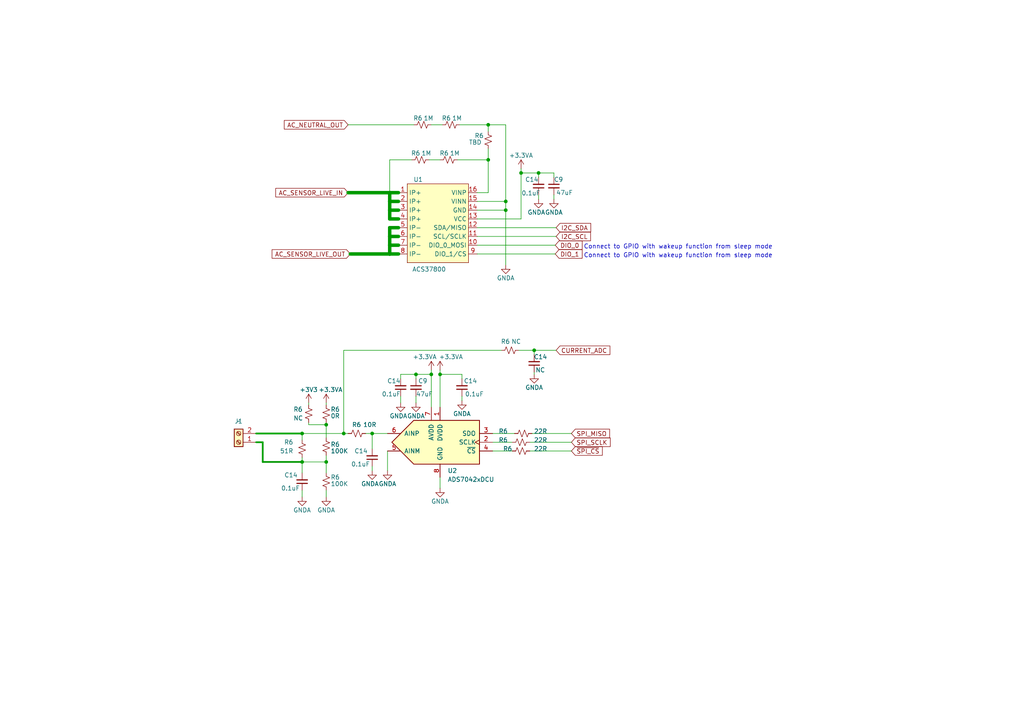
<source format=kicad_sch>
(kicad_sch (version 20230121) (generator eeschema)

  (uuid 887ceef0-f56f-4bdd-a72a-c37f650058dc)

  (paper "A4")

  (lib_symbols
    (symbol "Analog_ADC:ADS7042xDCU" (pin_names (offset 1.016)) (in_bom yes) (on_board yes)
      (property "Reference" "U" (at -7.62 -7.62 0)
        (effects (font (size 1.27 1.27)) (justify left))
      )
      (property "Value" "ADS7042xDCU" (at 2.54 -7.62 0)
        (effects (font (size 1.27 1.27)) (justify left))
      )
      (property "Footprint" "Package_SO:VSSOP-8_2.3x2mm_P0.5mm" (at 2.54 16.51 0)
        (effects (font (size 1.27 1.27)) hide)
      )
      (property "Datasheet" "http://www.ti.com/lit/ds/symlink/ads7042.pdf" (at 0 0 0)
        (effects (font (size 1.27 1.27)) hide)
      )
      (property "ki_keywords" "12 bit SAR ADC" (at 0 0 0)
        (effects (font (size 1.27 1.27)) hide)
      )
      (property "ki_description" "Ultra-Low Power, Ultra-Small Size, 12-Bit, 1-MSPS, SAR ADC" (at 0 0 0)
        (effects (font (size 1.27 1.27)) hide)
      )
      (property "ki_fp_filters" "VSSOP*8*2.3x2mm*P0.5mm*" (at 0 0 0)
        (effects (font (size 1.27 1.27)) hide)
      )
      (symbol "ADS7042xDCU_0_1"
        (polyline
          (pts
            (xy -13.97 0)
            (xy -7.62 6.35)
            (xy 11.43 6.35)
            (xy 11.43 -6.35)
            (xy -7.62 -6.35)
            (xy -13.97 0)
          )
          (stroke (width 0.254) (type default))
          (fill (type background))
        )
      )
      (symbol "ADS7042xDCU_1_1"
        (pin power_in line (at 0 10.16 270) (length 3.81)
          (name "DVDD" (effects (font (size 1.27 1.27))))
          (number "1" (effects (font (size 1.27 1.27))))
        )
        (pin input clock (at 15.24 0 180) (length 3.81)
          (name "SCLK" (effects (font (size 1.27 1.27))))
          (number "2" (effects (font (size 1.27 1.27))))
        )
        (pin output line (at 15.24 2.54 180) (length 3.81)
          (name "SDO" (effects (font (size 1.27 1.27))))
          (number "3" (effects (font (size 1.27 1.27))))
        )
        (pin input line (at 15.24 -2.54 180) (length 3.81)
          (name "~{CS}" (effects (font (size 1.27 1.27))))
          (number "4" (effects (font (size 1.27 1.27))))
        )
        (pin input line (at -15.24 -2.54 0) (length 3.81)
          (name "AINM" (effects (font (size 1.27 1.27))))
          (number "5" (effects (font (size 1.27 1.27))))
        )
        (pin input line (at -15.24 2.54 0) (length 3.81)
          (name "AINP" (effects (font (size 1.27 1.27))))
          (number "6" (effects (font (size 1.27 1.27))))
        )
        (pin power_in line (at -2.54 10.16 270) (length 3.81)
          (name "AVDD" (effects (font (size 1.27 1.27))))
          (number "7" (effects (font (size 1.27 1.27))))
        )
        (pin power_in line (at 0 -10.16 90) (length 3.81)
          (name "GND" (effects (font (size 1.27 1.27))))
          (number "8" (effects (font (size 1.27 1.27))))
        )
      )
    )
    (symbol "Connector:Screw_Terminal_01x02" (pin_names (offset 1.016) hide) (in_bom yes) (on_board yes)
      (property "Reference" "J" (at 0 2.54 0)
        (effects (font (size 1.27 1.27)))
      )
      (property "Value" "Screw_Terminal_01x02" (at 0 -5.08 0)
        (effects (font (size 1.27 1.27)))
      )
      (property "Footprint" "" (at 0 0 0)
        (effects (font (size 1.27 1.27)) hide)
      )
      (property "Datasheet" "~" (at 0 0 0)
        (effects (font (size 1.27 1.27)) hide)
      )
      (property "ki_keywords" "screw terminal" (at 0 0 0)
        (effects (font (size 1.27 1.27)) hide)
      )
      (property "ki_description" "Generic screw terminal, single row, 01x02, script generated (kicad-library-utils/schlib/autogen/connector/)" (at 0 0 0)
        (effects (font (size 1.27 1.27)) hide)
      )
      (property "ki_fp_filters" "TerminalBlock*:*" (at 0 0 0)
        (effects (font (size 1.27 1.27)) hide)
      )
      (symbol "Screw_Terminal_01x02_1_1"
        (rectangle (start -1.27 1.27) (end 1.27 -3.81)
          (stroke (width 0.254) (type default))
          (fill (type background))
        )
        (circle (center 0 -2.54) (radius 0.635)
          (stroke (width 0.1524) (type default))
          (fill (type none))
        )
        (polyline
          (pts
            (xy -0.5334 -2.2098)
            (xy 0.3302 -3.048)
          )
          (stroke (width 0.1524) (type default))
          (fill (type none))
        )
        (polyline
          (pts
            (xy -0.5334 0.3302)
            (xy 0.3302 -0.508)
          )
          (stroke (width 0.1524) (type default))
          (fill (type none))
        )
        (polyline
          (pts
            (xy -0.3556 -2.032)
            (xy 0.508 -2.8702)
          )
          (stroke (width 0.1524) (type default))
          (fill (type none))
        )
        (polyline
          (pts
            (xy -0.3556 0.508)
            (xy 0.508 -0.3302)
          )
          (stroke (width 0.1524) (type default))
          (fill (type none))
        )
        (circle (center 0 0) (radius 0.635)
          (stroke (width 0.1524) (type default))
          (fill (type none))
        )
        (pin passive line (at -5.08 0 0) (length 3.81)
          (name "Pin_1" (effects (font (size 1.27 1.27))))
          (number "1" (effects (font (size 1.27 1.27))))
        )
        (pin passive line (at -5.08 -2.54 0) (length 3.81)
          (name "Pin_2" (effects (font (size 1.27 1.27))))
          (number "2" (effects (font (size 1.27 1.27))))
        )
      )
    )
    (symbol "Device:C_Small" (pin_numbers hide) (pin_names (offset 0.254) hide) (in_bom yes) (on_board yes)
      (property "Reference" "C" (at 0.254 1.778 0)
        (effects (font (size 1.27 1.27)) (justify left))
      )
      (property "Value" "C_Small" (at 0.254 -2.032 0)
        (effects (font (size 1.27 1.27)) (justify left))
      )
      (property "Footprint" "" (at 0 0 0)
        (effects (font (size 1.27 1.27)) hide)
      )
      (property "Datasheet" "~" (at 0 0 0)
        (effects (font (size 1.27 1.27)) hide)
      )
      (property "ki_keywords" "capacitor cap" (at 0 0 0)
        (effects (font (size 1.27 1.27)) hide)
      )
      (property "ki_description" "Unpolarized capacitor, small symbol" (at 0 0 0)
        (effects (font (size 1.27 1.27)) hide)
      )
      (property "ki_fp_filters" "C_*" (at 0 0 0)
        (effects (font (size 1.27 1.27)) hide)
      )
      (symbol "C_Small_0_1"
        (polyline
          (pts
            (xy -1.524 -0.508)
            (xy 1.524 -0.508)
          )
          (stroke (width 0.3302) (type default))
          (fill (type none))
        )
        (polyline
          (pts
            (xy -1.524 0.508)
            (xy 1.524 0.508)
          )
          (stroke (width 0.3048) (type default))
          (fill (type none))
        )
      )
      (symbol "C_Small_1_1"
        (pin passive line (at 0 2.54 270) (length 2.032)
          (name "~" (effects (font (size 1.27 1.27))))
          (number "1" (effects (font (size 1.27 1.27))))
        )
        (pin passive line (at 0 -2.54 90) (length 2.032)
          (name "~" (effects (font (size 1.27 1.27))))
          (number "2" (effects (font (size 1.27 1.27))))
        )
      )
    )
    (symbol "Device:R_Small_US" (pin_numbers hide) (pin_names (offset 0.254) hide) (in_bom yes) (on_board yes)
      (property "Reference" "R" (at 0.762 0.508 0)
        (effects (font (size 1.27 1.27)) (justify left))
      )
      (property "Value" "R_Small_US" (at 0.762 -1.016 0)
        (effects (font (size 1.27 1.27)) (justify left))
      )
      (property "Footprint" "" (at 0 0 0)
        (effects (font (size 1.27 1.27)) hide)
      )
      (property "Datasheet" "~" (at 0 0 0)
        (effects (font (size 1.27 1.27)) hide)
      )
      (property "ki_keywords" "r resistor" (at 0 0 0)
        (effects (font (size 1.27 1.27)) hide)
      )
      (property "ki_description" "Resistor, small US symbol" (at 0 0 0)
        (effects (font (size 1.27 1.27)) hide)
      )
      (property "ki_fp_filters" "R_*" (at 0 0 0)
        (effects (font (size 1.27 1.27)) hide)
      )
      (symbol "R_Small_US_1_1"
        (polyline
          (pts
            (xy 0 0)
            (xy 1.016 -0.381)
            (xy 0 -0.762)
            (xy -1.016 -1.143)
            (xy 0 -1.524)
          )
          (stroke (width 0) (type default))
          (fill (type none))
        )
        (polyline
          (pts
            (xy 0 1.524)
            (xy 1.016 1.143)
            (xy 0 0.762)
            (xy -1.016 0.381)
            (xy 0 0)
          )
          (stroke (width 0) (type default))
          (fill (type none))
        )
        (pin passive line (at 0 2.54 270) (length 1.016)
          (name "~" (effects (font (size 1.27 1.27))))
          (number "1" (effects (font (size 1.27 1.27))))
        )
        (pin passive line (at 0 -2.54 90) (length 1.016)
          (name "~" (effects (font (size 1.27 1.27))))
          (number "2" (effects (font (size 1.27 1.27))))
        )
      )
    )
    (symbol "kiCadLib:ACS37800" (in_bom yes) (on_board yes)
      (property "Reference" "U" (at 2.54 25.4 0)
        (effects (font (size 1.27 1.27)))
      )
      (property "Value" "" (at -2.54 22.86 0)
        (effects (font (size 1.27 1.27)))
      )
      (property "Footprint" "" (at -2.54 22.86 0)
        (effects (font (size 1.27 1.27)) hide)
      )
      (property "Datasheet" "" (at -2.54 22.86 0)
        (effects (font (size 1.27 1.27)) hide)
      )
      (symbol "ACS37800_1_1"
        (rectangle (start 0 22.86) (end 17.78 0)
          (stroke (width 0) (type default))
          (fill (type background))
        )
        (pin input line (at -2.54 20.32 0) (length 2.54)
          (name "IP+" (effects (font (size 1.27 1.27))))
          (number "1" (effects (font (size 1.27 1.27))))
        )
        (pin input line (at 20.32 5.08 180) (length 2.54)
          (name "DIO_0_MOSI" (effects (font (size 1.27 1.27))))
          (number "10" (effects (font (size 1.27 1.27))))
        )
        (pin input line (at 20.32 7.62 180) (length 2.54)
          (name "SCL/SCLK" (effects (font (size 1.27 1.27))))
          (number "11" (effects (font (size 1.27 1.27))))
        )
        (pin input line (at 20.32 10.16 180) (length 2.54)
          (name "SDA/MISO" (effects (font (size 1.27 1.27))))
          (number "12" (effects (font (size 1.27 1.27))))
        )
        (pin input line (at 20.32 12.7 180) (length 2.54)
          (name "VCC" (effects (font (size 1.27 1.27))))
          (number "13" (effects (font (size 1.27 1.27))))
        )
        (pin input line (at 20.32 15.24 180) (length 2.54)
          (name "GND" (effects (font (size 1.27 1.27))))
          (number "14" (effects (font (size 1.27 1.27))))
        )
        (pin input line (at 20.32 17.78 180) (length 2.54)
          (name "VINN" (effects (font (size 1.27 1.27))))
          (number "15" (effects (font (size 1.27 1.27))))
        )
        (pin input line (at 20.32 20.32 180) (length 2.54)
          (name "VINP" (effects (font (size 1.27 1.27))))
          (number "16" (effects (font (size 1.27 1.27))))
        )
        (pin input line (at -2.54 17.78 0) (length 2.54)
          (name "IP+" (effects (font (size 1.27 1.27))))
          (number "2" (effects (font (size 1.27 1.27))))
        )
        (pin input line (at -2.54 15.24 0) (length 2.54)
          (name "IP+" (effects (font (size 1.27 1.27))))
          (number "3" (effects (font (size 1.27 1.27))))
        )
        (pin input line (at -2.54 12.7 0) (length 2.54)
          (name "IP+" (effects (font (size 1.27 1.27))))
          (number "4" (effects (font (size 1.27 1.27))))
        )
        (pin input line (at -2.54 10.16 0) (length 2.54)
          (name "IP-" (effects (font (size 1.27 1.27))))
          (number "5" (effects (font (size 1.27 1.27))))
        )
        (pin input line (at -2.54 7.62 0) (length 2.54)
          (name "IP-" (effects (font (size 1.27 1.27))))
          (number "6" (effects (font (size 1.27 1.27))))
        )
        (pin input line (at -2.54 5.08 0) (length 2.54)
          (name "IP-" (effects (font (size 1.27 1.27))))
          (number "7" (effects (font (size 1.27 1.27))))
        )
        (pin input line (at -2.54 2.54 0) (length 2.54)
          (name "IP-" (effects (font (size 1.27 1.27))))
          (number "8" (effects (font (size 1.27 1.27))))
        )
        (pin input line (at 20.32 2.54 180) (length 2.54)
          (name "DIO_1/CS" (effects (font (size 1.27 1.27))))
          (number "9" (effects (font (size 1.27 1.27))))
        )
      )
    )
    (symbol "power:+3.3VA" (power) (pin_names (offset 0)) (in_bom yes) (on_board yes)
      (property "Reference" "#PWR" (at 0 -3.81 0)
        (effects (font (size 1.27 1.27)) hide)
      )
      (property "Value" "+3.3VA" (at 0 3.556 0)
        (effects (font (size 1.27 1.27)))
      )
      (property "Footprint" "" (at 0 0 0)
        (effects (font (size 1.27 1.27)) hide)
      )
      (property "Datasheet" "" (at 0 0 0)
        (effects (font (size 1.27 1.27)) hide)
      )
      (property "ki_keywords" "global power" (at 0 0 0)
        (effects (font (size 1.27 1.27)) hide)
      )
      (property "ki_description" "Power symbol creates a global label with name \"+3.3VA\"" (at 0 0 0)
        (effects (font (size 1.27 1.27)) hide)
      )
      (symbol "+3.3VA_0_1"
        (polyline
          (pts
            (xy -0.762 1.27)
            (xy 0 2.54)
          )
          (stroke (width 0) (type default))
          (fill (type none))
        )
        (polyline
          (pts
            (xy 0 0)
            (xy 0 2.54)
          )
          (stroke (width 0) (type default))
          (fill (type none))
        )
        (polyline
          (pts
            (xy 0 2.54)
            (xy 0.762 1.27)
          )
          (stroke (width 0) (type default))
          (fill (type none))
        )
      )
      (symbol "+3.3VA_1_1"
        (pin power_in line (at 0 0 90) (length 0) hide
          (name "+3.3VA" (effects (font (size 1.27 1.27))))
          (number "1" (effects (font (size 1.27 1.27))))
        )
      )
    )
    (symbol "power:+3V3" (power) (pin_names (offset 0)) (in_bom yes) (on_board yes)
      (property "Reference" "#PWR" (at 0 -3.81 0)
        (effects (font (size 1.27 1.27)) hide)
      )
      (property "Value" "+3V3" (at 0 3.556 0)
        (effects (font (size 1.27 1.27)))
      )
      (property "Footprint" "" (at 0 0 0)
        (effects (font (size 1.27 1.27)) hide)
      )
      (property "Datasheet" "" (at 0 0 0)
        (effects (font (size 1.27 1.27)) hide)
      )
      (property "ki_keywords" "global power" (at 0 0 0)
        (effects (font (size 1.27 1.27)) hide)
      )
      (property "ki_description" "Power symbol creates a global label with name \"+3V3\"" (at 0 0 0)
        (effects (font (size 1.27 1.27)) hide)
      )
      (symbol "+3V3_0_1"
        (polyline
          (pts
            (xy -0.762 1.27)
            (xy 0 2.54)
          )
          (stroke (width 0) (type default))
          (fill (type none))
        )
        (polyline
          (pts
            (xy 0 0)
            (xy 0 2.54)
          )
          (stroke (width 0) (type default))
          (fill (type none))
        )
        (polyline
          (pts
            (xy 0 2.54)
            (xy 0.762 1.27)
          )
          (stroke (width 0) (type default))
          (fill (type none))
        )
      )
      (symbol "+3V3_1_1"
        (pin power_in line (at 0 0 90) (length 0) hide
          (name "+3V3" (effects (font (size 1.27 1.27))))
          (number "1" (effects (font (size 1.27 1.27))))
        )
      )
    )
    (symbol "power:GNDA" (power) (pin_names (offset 0)) (in_bom yes) (on_board yes)
      (property "Reference" "#PWR" (at 0 -6.35 0)
        (effects (font (size 1.27 1.27)) hide)
      )
      (property "Value" "GNDA" (at 0 -3.81 0)
        (effects (font (size 1.27 1.27)))
      )
      (property "Footprint" "" (at 0 0 0)
        (effects (font (size 1.27 1.27)) hide)
      )
      (property "Datasheet" "" (at 0 0 0)
        (effects (font (size 1.27 1.27)) hide)
      )
      (property "ki_keywords" "global power" (at 0 0 0)
        (effects (font (size 1.27 1.27)) hide)
      )
      (property "ki_description" "Power symbol creates a global label with name \"GNDA\" , analog ground" (at 0 0 0)
        (effects (font (size 1.27 1.27)) hide)
      )
      (symbol "GNDA_0_1"
        (polyline
          (pts
            (xy 0 0)
            (xy 0 -1.27)
            (xy 1.27 -1.27)
            (xy 0 -2.54)
            (xy -1.27 -1.27)
            (xy 0 -1.27)
          )
          (stroke (width 0) (type default))
          (fill (type none))
        )
      )
      (symbol "GNDA_1_1"
        (pin power_in line (at 0 0 270) (length 0) hide
          (name "GNDA" (effects (font (size 1.27 1.27))))
          (number "1" (effects (font (size 1.27 1.27))))
        )
      )
    )
  )

  (junction (at 87.63 125.73) (diameter 0) (color 0 0 0 0)
    (uuid 06534aa8-0c95-4fd9-a7cd-fb2e6f4b5aff)
  )
  (junction (at 113.03 60.96) (diameter 0) (color 0 0 0 0)
    (uuid 11e30a0e-3411-4852-9749-0def349501e2)
  )
  (junction (at 146.685 60.96) (diameter 0) (color 0 0 0 0)
    (uuid 1bf12aa6-feb5-44bb-99ff-46c60cfd19ef)
  )
  (junction (at 113.03 71.12) (diameter 0) (color 0 0 0 0)
    (uuid 2c64936e-1c20-469a-a722-c83ccf0da3f2)
  )
  (junction (at 151.13 50.165) (diameter 0) (color 0 0 0 0)
    (uuid 436913ec-874f-4be9-a873-3c137b3ab4ee)
  )
  (junction (at 94.615 133.985) (diameter 0) (color 0 0 0 0)
    (uuid 50932dde-c627-4b41-ad47-1a30d1599efa)
  )
  (junction (at 113.03 55.88) (diameter 0) (color 0 0 0 0)
    (uuid 55d6aa1a-63be-4082-a61a-afdc0bc0712c)
  )
  (junction (at 87.63 133.985) (diameter 0) (color 0 0 0 0)
    (uuid 56ca2e32-965b-4c2a-93c6-ee0f625aa8ed)
  )
  (junction (at 141.605 46.355) (diameter 0) (color 0 0 0 0)
    (uuid 5d7e0494-fc59-4d77-932c-7931c2a5a49f)
  )
  (junction (at 113.03 68.58) (diameter 0) (color 0 0 0 0)
    (uuid 63c9325f-77b3-4093-9f65-2584997bb7ce)
  )
  (junction (at 127.635 108.585) (diameter 0) (color 0 0 0 0)
    (uuid 69e1606e-e5c0-4ce0-8a6f-b263c112556a)
  )
  (junction (at 107.95 125.73) (diameter 0) (color 0 0 0 0)
    (uuid 7393995a-c6a8-4e28-89d7-3310309ac8b2)
  )
  (junction (at 113.03 58.42) (diameter 0) (color 0 0 0 0)
    (uuid 7981e34f-d579-41f4-bbed-cd962692813f)
  )
  (junction (at 99.695 125.73) (diameter 0) (color 0 0 0 0)
    (uuid 7a396b32-0ddf-44a1-b8f0-de74ec331567)
  )
  (junction (at 156.21 50.165) (diameter 0) (color 0 0 0 0)
    (uuid 803aec42-50ac-43d8-ac48-bc3fdb87c13d)
  )
  (junction (at 154.94 101.6) (diameter 0) (color 0 0 0 0)
    (uuid 86456ece-5d15-437e-8ee6-397bd9fa8cd7)
  )
  (junction (at 141.605 36.195) (diameter 0) (color 0 0 0 0)
    (uuid 92430a3f-4a57-43ca-88d4-894a8795ac63)
  )
  (junction (at 125.095 108.585) (diameter 0) (color 0 0 0 0)
    (uuid b439edcd-3a48-490d-bfb1-6ea39ef9316a)
  )
  (junction (at 113.03 73.66) (diameter 0) (color 0 0 0 0)
    (uuid ba8b4768-7844-490a-8346-590b34f70669)
  )
  (junction (at 146.685 58.42) (diameter 0) (color 0 0 0 0)
    (uuid d8d12a0d-eea9-41cd-bb02-7848b48fee02)
  )
  (junction (at 120.65 108.585) (diameter 0) (color 0 0 0 0)
    (uuid db2fba8f-9192-4833-a8be-e67b4f6cf839)
  )
  (junction (at 94.615 123.19) (diameter 0) (color 0 0 0 0)
    (uuid ef1418d5-ffaa-46d7-b731-ef94b52b3c74)
  )

  (wire (pts (xy 138.43 63.5) (xy 151.13 63.5))
    (stroke (width 0) (type default))
    (uuid 00607d88-689d-4dd1-b966-2a21adc167b8)
  )
  (wire (pts (xy 154.94 101.6) (xy 161.29 101.6))
    (stroke (width 0) (type default))
    (uuid 017a52c4-c91e-4ef1-a4cb-bc7a9fcf39eb)
  )
  (wire (pts (xy 113.03 58.42) (xy 113.03 60.96))
    (stroke (width 1) (type default))
    (uuid 06ef275e-ff5c-4f8a-a241-45fa20523811)
  )
  (wire (pts (xy 154.305 125.73) (xy 165.735 125.73))
    (stroke (width 0) (type default))
    (uuid 0725780d-6f64-4dd4-83eb-3ebb7738eee5)
  )
  (wire (pts (xy 127.635 108.585) (xy 127.635 118.11))
    (stroke (width 0) (type default))
    (uuid 08d9425f-1936-4b94-9110-eccf033de65a)
  )
  (wire (pts (xy 94.615 116.84) (xy 94.615 117.475))
    (stroke (width 0) (type default))
    (uuid 0c208f83-6f3a-4ded-bda6-43d62b6bb073)
  )
  (wire (pts (xy 141.605 36.195) (xy 141.605 38.1))
    (stroke (width 0) (type default))
    (uuid 0cd4cd18-0f63-445e-ab43-6e2c59a1544e)
  )
  (wire (pts (xy 113.03 73.66) (xy 115.57 73.66))
    (stroke (width 1) (type default))
    (uuid 126a854d-dfeb-4b72-9555-e01d101e5328)
  )
  (wire (pts (xy 151.13 50.165) (xy 156.21 50.165))
    (stroke (width 0) (type default))
    (uuid 13002873-4606-48d5-ae17-13d8cefbba0b)
  )
  (wire (pts (xy 89.535 123.19) (xy 94.615 123.19))
    (stroke (width 0) (type default))
    (uuid 13c0b29f-3b0e-45b0-a672-69400e8ef7e2)
  )
  (wire (pts (xy 74.295 125.73) (xy 87.63 125.73))
    (stroke (width 0.5) (type default))
    (uuid 13eb409d-bc89-4ccb-af0e-4740a366e0c3)
  )
  (wire (pts (xy 113.03 66.04) (xy 115.57 66.04))
    (stroke (width 1) (type default))
    (uuid 1457e36c-2fa8-449f-b9fd-324507d740bd)
  )
  (wire (pts (xy 125.095 108.585) (xy 125.095 118.11))
    (stroke (width 0) (type default))
    (uuid 14766110-20ba-45d1-aa19-c144ac81cdcc)
  )
  (wire (pts (xy 116.205 108.585) (xy 120.65 108.585))
    (stroke (width 0) (type default))
    (uuid 1478b8ca-5381-43b3-8432-99ac485ce4b9)
  )
  (wire (pts (xy 138.43 66.04) (xy 161.29 66.04))
    (stroke (width 0) (type default))
    (uuid 16acd400-4366-4806-8bd7-a372d4bbb598)
  )
  (wire (pts (xy 113.03 73.66) (xy 113.03 71.12))
    (stroke (width 1) (type default))
    (uuid 18ded141-4ab4-45cd-ad9d-2874ff2736ba)
  )
  (wire (pts (xy 141.605 43.18) (xy 141.605 46.355))
    (stroke (width 0) (type default))
    (uuid 1ead64f7-a49a-4b8f-94b9-4e04c7b62ea0)
  )
  (wire (pts (xy 151.13 48.895) (xy 151.13 50.165))
    (stroke (width 0) (type default))
    (uuid 1ef8693d-cb4c-4294-badd-2800fbbfac45)
  )
  (wire (pts (xy 100.965 125.73) (xy 99.695 125.73))
    (stroke (width 0) (type default))
    (uuid 21489d8d-dd3b-46ef-a156-9e42dd7a0112)
  )
  (wire (pts (xy 94.615 133.985) (xy 94.615 137.16))
    (stroke (width 0) (type default))
    (uuid 22921d66-01e9-4c72-bd40-7752017ae77e)
  )
  (wire (pts (xy 76.2 133.985) (xy 87.63 133.985))
    (stroke (width 0.5) (type default))
    (uuid 23f6c774-e53d-4431-a18e-af8502d37df3)
  )
  (wire (pts (xy 133.35 36.195) (xy 141.605 36.195))
    (stroke (width 0) (type default))
    (uuid 24164f60-193e-4587-aeea-036c6e0a06bd)
  )
  (wire (pts (xy 89.535 123.19) (xy 89.535 122.555))
    (stroke (width 0) (type default))
    (uuid 25b544c2-8bc2-4bb4-b1cb-514b2ecd84ff)
  )
  (wire (pts (xy 154.94 108.585) (xy 154.94 107.95))
    (stroke (width 0) (type default))
    (uuid 2ea6912f-cd35-4b05-b750-be0997d7561c)
  )
  (wire (pts (xy 146.685 60.96) (xy 146.685 76.835))
    (stroke (width 0) (type default))
    (uuid 35b86f69-48b5-460b-9597-2f62c6d43cc8)
  )
  (wire (pts (xy 113.03 55.88) (xy 113.03 58.42))
    (stroke (width 1) (type default))
    (uuid 3aa1d9ac-72e0-4597-a086-ae3291b4aba0)
  )
  (wire (pts (xy 113.03 71.12) (xy 113.03 68.58))
    (stroke (width 1) (type default))
    (uuid 3b313496-f6f4-4720-9673-1d195c8b8181)
  )
  (wire (pts (xy 100.965 55.88) (xy 113.03 55.88))
    (stroke (width 1) (type default))
    (uuid 3bd6a23a-dfcc-4aa8-9e45-d4a362b2d79b)
  )
  (wire (pts (xy 113.03 55.88) (xy 109.855 55.88))
    (stroke (width 0) (type default))
    (uuid 3d9c1bb3-9805-4d98-b860-22b2ab80c486)
  )
  (wire (pts (xy 100.965 36.195) (xy 120.015 36.195))
    (stroke (width 0) (type default))
    (uuid 42888609-8469-4b63-8f47-a1b2ef251882)
  )
  (wire (pts (xy 156.21 56.515) (xy 156.21 57.785))
    (stroke (width 0) (type default))
    (uuid 43c38247-8a5a-45e2-aff5-744991dee1ed)
  )
  (wire (pts (xy 101.6 73.66) (xy 113.03 73.66))
    (stroke (width 1) (type default))
    (uuid 446e4dd3-0b5b-4867-a225-05f291d5e163)
  )
  (wire (pts (xy 132.715 46.355) (xy 141.605 46.355))
    (stroke (width 0) (type default))
    (uuid 465b144f-57e9-483e-8370-65b2aeb9fcbd)
  )
  (wire (pts (xy 138.43 68.58) (xy 161.29 68.58))
    (stroke (width 0) (type default))
    (uuid 46b1b8d3-ea28-48fe-94df-cace164bb8f8)
  )
  (wire (pts (xy 120.65 114.935) (xy 120.65 116.84))
    (stroke (width 0) (type default))
    (uuid 4818ea0a-0503-4cf7-960f-fa12c30ae36d)
  )
  (wire (pts (xy 127.635 138.43) (xy 127.635 141.605))
    (stroke (width 0) (type default))
    (uuid 4bbbe3b4-a39f-4585-8705-adb540b4f375)
  )
  (wire (pts (xy 133.985 116.205) (xy 133.985 114.935))
    (stroke (width 0) (type default))
    (uuid 533161ba-ef39-4f80-99a9-147ce80a8f0a)
  )
  (wire (pts (xy 138.43 58.42) (xy 146.685 58.42))
    (stroke (width 0) (type default))
    (uuid 538f00de-9044-481b-b751-14932dd64ecb)
  )
  (wire (pts (xy 94.615 123.19) (xy 94.615 122.555))
    (stroke (width 0) (type default))
    (uuid 56e81504-0d92-43bd-9528-568afa7eb306)
  )
  (wire (pts (xy 76.2 133.985) (xy 76.2 128.27))
    (stroke (width 0.5) (type default))
    (uuid 575ad1a5-f137-4c0a-a4ce-ad7540826524)
  )
  (wire (pts (xy 119.38 46.355) (xy 113.03 46.355))
    (stroke (width 0) (type default))
    (uuid 578b4d42-66ae-4304-8953-b52560f3cf78)
  )
  (wire (pts (xy 127.635 107.315) (xy 127.635 108.585))
    (stroke (width 0) (type default))
    (uuid 61e6fc99-3aa9-4325-97b2-c926ccd0a46c)
  )
  (wire (pts (xy 124.46 46.355) (xy 127.635 46.355))
    (stroke (width 0) (type default))
    (uuid 635e8064-53bd-4b2c-a9ea-fcccd822f022)
  )
  (wire (pts (xy 107.95 135.255) (xy 107.95 136.525))
    (stroke (width 0) (type default))
    (uuid 64699606-7c8a-4dfd-aa6a-3853ba670223)
  )
  (wire (pts (xy 106.045 125.73) (xy 107.95 125.73))
    (stroke (width 0) (type default))
    (uuid 65e20243-233a-4231-a8a2-727aff0917bc)
  )
  (wire (pts (xy 94.615 132.08) (xy 94.615 133.985))
    (stroke (width 0) (type default))
    (uuid 6aba6e67-fdd6-4295-944d-8801a608af39)
  )
  (wire (pts (xy 87.63 133.985) (xy 94.615 133.985))
    (stroke (width 0) (type default))
    (uuid 6aef9302-e68d-447b-9e6d-f1e6d22d278b)
  )
  (wire (pts (xy 141.605 36.195) (xy 146.685 36.195))
    (stroke (width 0) (type default))
    (uuid 6b00e1c5-1e46-42af-b689-0ab83080ace2)
  )
  (wire (pts (xy 113.03 46.355) (xy 113.03 55.88))
    (stroke (width 0) (type default))
    (uuid 6b96fe02-4afc-4d3a-95c3-98ec8485eecd)
  )
  (wire (pts (xy 160.655 51.435) (xy 160.655 50.165))
    (stroke (width 0) (type default))
    (uuid 6cc0feaf-f620-4a16-8856-2ef77fb6336f)
  )
  (wire (pts (xy 133.985 108.585) (xy 127.635 108.585))
    (stroke (width 0) (type default))
    (uuid 7371bbcc-da41-44fb-8199-2874f3f1389f)
  )
  (wire (pts (xy 113.03 63.5) (xy 115.57 63.5))
    (stroke (width 1) (type default))
    (uuid 76d35a05-5def-4279-9536-0b356a6cb1a8)
  )
  (wire (pts (xy 113.03 60.96) (xy 113.03 63.5))
    (stroke (width 1) (type default))
    (uuid 76dc7c31-3fd9-4632-a603-27d266836f47)
  )
  (wire (pts (xy 107.95 125.73) (xy 112.395 125.73))
    (stroke (width 0) (type default))
    (uuid 78cd9ab8-9459-4785-84fe-7f91ec9bd689)
  )
  (wire (pts (xy 94.615 142.24) (xy 94.615 144.145))
    (stroke (width 0) (type default))
    (uuid 83ec8f39-fef8-457c-989f-7803c0200260)
  )
  (wire (pts (xy 153.67 130.81) (xy 165.735 130.81))
    (stroke (width 0) (type default))
    (uuid 8541c91c-963b-433f-baec-5c81fef6ffff)
  )
  (wire (pts (xy 120.65 108.585) (xy 125.095 108.585))
    (stroke (width 0) (type default))
    (uuid 87668541-abac-400b-a7f3-19eeb7d64b96)
  )
  (wire (pts (xy 99.695 101.6) (xy 99.695 125.73))
    (stroke (width 0) (type default))
    (uuid 8c3fa616-d547-481f-be04-4e5aa5f5c58e)
  )
  (wire (pts (xy 87.63 125.73) (xy 99.695 125.73))
    (stroke (width 0) (type default))
    (uuid 8e77bb55-854b-45b6-830e-1edfd5dbd155)
  )
  (wire (pts (xy 154.94 102.87) (xy 154.94 101.6))
    (stroke (width 0) (type default))
    (uuid 8f42fa34-92b2-4de5-b50a-0fcf4b579689)
  )
  (wire (pts (xy 113.03 60.96) (xy 115.57 60.96))
    (stroke (width 1) (type default))
    (uuid 91ad1856-8dbc-49d7-a2ce-91b3eaf3568c)
  )
  (wire (pts (xy 113.03 68.58) (xy 115.57 68.58))
    (stroke (width 1) (type default))
    (uuid 959256a7-6a62-4f43-9e5d-a4ba5f2ba764)
  )
  (wire (pts (xy 87.63 142.24) (xy 87.63 144.145))
    (stroke (width 0) (type default))
    (uuid 95e98a6e-aad6-4b16-b60b-72b0b9f8e129)
  )
  (wire (pts (xy 156.21 50.165) (xy 156.21 51.435))
    (stroke (width 0) (type default))
    (uuid 97af75a9-bebf-4f21-9e66-8b951cac9602)
  )
  (wire (pts (xy 116.205 114.935) (xy 116.205 116.84))
    (stroke (width 0) (type default))
    (uuid a04668b2-1410-4e95-ada4-9a4ff8738284)
  )
  (wire (pts (xy 146.685 58.42) (xy 146.685 60.96))
    (stroke (width 0) (type default))
    (uuid a0b7fc95-19b7-48f0-95ef-95be8bde212f)
  )
  (wire (pts (xy 94.615 123.19) (xy 94.615 127))
    (stroke (width 0) (type default))
    (uuid a139b6e0-218b-4396-ba89-329750a2aaf7)
  )
  (wire (pts (xy 89.535 116.84) (xy 89.535 117.475))
    (stroke (width 0) (type default))
    (uuid aa6950ee-b5ea-441e-bd95-87f724d5ad58)
  )
  (wire (pts (xy 107.95 125.73) (xy 107.95 130.175))
    (stroke (width 0) (type default))
    (uuid ad92163e-59c4-4524-865c-c2b06624bd00)
  )
  (wire (pts (xy 125.095 36.195) (xy 128.27 36.195))
    (stroke (width 0) (type default))
    (uuid b218de1a-b04a-4259-9d7e-c743c6e09b66)
  )
  (wire (pts (xy 142.875 130.81) (xy 148.59 130.81))
    (stroke (width 0) (type default))
    (uuid b2ff6783-1f4f-4352-9ab0-3f4297a5b424)
  )
  (wire (pts (xy 142.875 125.73) (xy 149.225 125.73))
    (stroke (width 0) (type default))
    (uuid b5a7b8f8-f817-4b42-95b4-3a9c524bbf98)
  )
  (wire (pts (xy 141.605 55.88) (xy 141.605 46.355))
    (stroke (width 0) (type default))
    (uuid b5df73f3-db35-402f-bc8a-07d8a675577a)
  )
  (wire (pts (xy 153.67 128.27) (xy 165.735 128.27))
    (stroke (width 0) (type default))
    (uuid b6cc1ef3-0be0-4c25-b1b0-bd72fcf3ee5a)
  )
  (wire (pts (xy 113.03 71.12) (xy 115.57 71.12))
    (stroke (width 1) (type default))
    (uuid b9764275-38e9-4e0b-b471-93650fe9e193)
  )
  (wire (pts (xy 113.03 68.58) (xy 113.03 66.04))
    (stroke (width 1) (type default))
    (uuid bd1a4d6b-041c-4985-be92-0bd93976fc8e)
  )
  (wire (pts (xy 87.63 125.73) (xy 87.63 127.635))
    (stroke (width 0) (type default))
    (uuid bfc733bd-ba1e-46b7-90a6-30f319f74539)
  )
  (wire (pts (xy 133.985 109.855) (xy 133.985 108.585))
    (stroke (width 0) (type default))
    (uuid c2188341-07db-47ca-a14e-673bcbad57d2)
  )
  (wire (pts (xy 87.63 133.985) (xy 87.63 137.16))
    (stroke (width 0) (type default))
    (uuid c488ff70-2a0f-49f6-8577-a0b3397ed9d6)
  )
  (wire (pts (xy 160.655 57.785) (xy 160.655 56.515))
    (stroke (width 0) (type default))
    (uuid c7115548-85a9-41c6-8191-f8c23153bdf4)
  )
  (wire (pts (xy 138.43 71.12) (xy 161.036 71.12))
    (stroke (width 0) (type default))
    (uuid c7de7351-6984-4e82-ab22-762c5fe35aa5)
  )
  (wire (pts (xy 113.03 58.42) (xy 115.57 58.42))
    (stroke (width 1) (type default))
    (uuid c934d872-c5df-4232-a941-190f27c26817)
  )
  (wire (pts (xy 120.65 108.585) (xy 120.65 109.855))
    (stroke (width 0) (type default))
    (uuid cb4374df-5bf0-4195-b1c6-e0da5d41e3e6)
  )
  (wire (pts (xy 116.205 109.855) (xy 116.205 108.585))
    (stroke (width 0) (type default))
    (uuid cc0c82c2-363d-4805-ab08-2574ff738b3a)
  )
  (wire (pts (xy 142.875 128.27) (xy 148.59 128.27))
    (stroke (width 0) (type default))
    (uuid d38739bd-bb8b-46b3-8c43-e1411dd3010d)
  )
  (wire (pts (xy 151.13 50.165) (xy 151.13 63.5))
    (stroke (width 0) (type default))
    (uuid de50f139-9b6f-4377-8c92-faddfb920259)
  )
  (wire (pts (xy 138.43 60.96) (xy 146.685 60.96))
    (stroke (width 0) (type default))
    (uuid e86fd665-be8e-4cdb-8fcd-c98535eca7e9)
  )
  (wire (pts (xy 125.095 107.315) (xy 125.095 108.585))
    (stroke (width 0) (type default))
    (uuid ec62689d-a6bb-496f-b7f8-8111881e4e7d)
  )
  (wire (pts (xy 138.43 55.88) (xy 141.605 55.88))
    (stroke (width 0) (type default))
    (uuid ec72f6dc-80a3-48a8-a3ed-e82dcdb5d53e)
  )
  (wire (pts (xy 156.21 50.165) (xy 160.655 50.165))
    (stroke (width 0) (type default))
    (uuid eecd79b7-48da-4048-8600-9c448c55b0a0)
  )
  (wire (pts (xy 138.43 73.66) (xy 161.036 73.66))
    (stroke (width 0) (type default))
    (uuid f1809a73-8e26-4727-b6b6-3632a7e96bee)
  )
  (wire (pts (xy 113.03 55.88) (xy 115.57 55.88))
    (stroke (width 1) (type default))
    (uuid f2073740-4844-4332-b5cf-068607fe81ed)
  )
  (wire (pts (xy 146.685 36.195) (xy 146.685 58.42))
    (stroke (width 0) (type default))
    (uuid f24a0607-660f-49ba-a0f8-f21c1e0139fd)
  )
  (wire (pts (xy 99.695 101.6) (xy 145.415 101.6))
    (stroke (width 0) (type default))
    (uuid f2bf956b-4c89-4c40-b378-a3d34a4622eb)
  )
  (wire (pts (xy 112.395 130.81) (xy 112.395 136.525))
    (stroke (width 0) (type default))
    (uuid f4cb342b-4676-4a37-b8b5-39cd52947232)
  )
  (wire (pts (xy 87.63 132.715) (xy 87.63 133.985))
    (stroke (width 0) (type default))
    (uuid f5bc491e-9563-4284-bc67-764fba052a90)
  )
  (wire (pts (xy 150.495 101.6) (xy 154.94 101.6))
    (stroke (width 0) (type default))
    (uuid f6392ce5-5664-4d97-9376-953a471313c6)
  )
  (wire (pts (xy 76.2 128.27) (xy 74.295 128.27))
    (stroke (width 0.5) (type default))
    (uuid f8c1e48d-f848-4351-9d35-ae00830c2b20)
  )

  (text "Connect to GPIO with wakeup function from sleep mode\n"
    (at 169.291 72.39 0)
    (effects (font (size 1.27 1.27)) (justify left bottom))
    (uuid 39351a23-591e-4acc-9d9a-6344a75b5149)
  )
  (text "Connect to GPIO with wakeup function from sleep mode\n"
    (at 169.291 74.93 0)
    (effects (font (size 1.27 1.27)) (justify left bottom))
    (uuid 8add2cb3-c9cc-44e0-8fb6-30e6aefa31b3)
  )

  (global_label "~{SPI_CS}" (shape input) (at 165.735 130.81 0) (fields_autoplaced)
    (effects (font (size 1.27 1.27)) (justify left))
    (uuid 07befe9d-b7e8-4aa2-ba2d-55adf7f3ad50)
    (property "Intersheetrefs" "${INTERSHEET_REFS}" (at 175.2516 130.81 0)
      (effects (font (size 1.27 1.27)) (justify left) hide)
    )
  )
  (global_label "AC_NEUTRAL_OUT" (shape input) (at 100.965 36.195 180) (fields_autoplaced)
    (effects (font (size 1.27 1.27)) (justify right))
    (uuid 10112706-e9f3-441c-86be-4eef1debb311)
    (property "Intersheetrefs" "${INTERSHEET_REFS}" (at 81.8931 36.195 0)
      (effects (font (size 1.27 1.27)) (justify right) hide)
    )
  )
  (global_label "SPI_SCLK" (shape input) (at 165.735 128.27 0) (fields_autoplaced)
    (effects (font (size 1.27 1.27)) (justify left))
    (uuid 16c29a65-5d21-4005-b3b1-33f1e25428ee)
    (property "Intersheetrefs" "${INTERSHEET_REFS}" (at 177.5497 128.27 0)
      (effects (font (size 1.27 1.27)) (justify left) hide)
    )
  )
  (global_label "AC_SENSOR_LIVE_OUT" (shape input) (at 101.6 73.66 180) (fields_autoplaced)
    (effects (font (size 1.27 1.27)) (justify right))
    (uuid 3705289a-1952-48db-9a08-d6305a008ee5)
    (property "Intersheetrefs" "${INTERSHEET_REFS}" (at 78.3553 73.66 0)
      (effects (font (size 1.27 1.27)) (justify right) hide)
    )
  )
  (global_label "DIO_1" (shape input) (at 161.036 73.66 0) (fields_autoplaced)
    (effects (font (size 1.27 1.27)) (justify left))
    (uuid 575baca4-968e-4b6e-b70e-e6227e681fbc)
    (property "Intersheetrefs" "${INTERSHEET_REFS}" (at 169.4036 73.66 0)
      (effects (font (size 1.27 1.27)) (justify left) hide)
    )
  )
  (global_label "I2C_SDA" (shape input) (at 161.29 66.04 0) (fields_autoplaced)
    (effects (font (size 1.27 1.27)) (justify left))
    (uuid 975b5df1-7a61-4974-8043-75aacb88b0d9)
    (property "Intersheetrefs" "${INTERSHEET_REFS}" (at 171.8952 66.04 0)
      (effects (font (size 1.27 1.27)) (justify left) hide)
    )
  )
  (global_label "SPI_MISO" (shape input) (at 165.735 125.73 0) (fields_autoplaced)
    (effects (font (size 1.27 1.27)) (justify left))
    (uuid af71e060-9590-461b-937f-c1fb606db1c1)
    (property "Intersheetrefs" "${INTERSHEET_REFS}" (at 177.3683 125.73 0)
      (effects (font (size 1.27 1.27)) (justify left) hide)
    )
  )
  (global_label "I2C_SCL" (shape input) (at 161.29 68.58 0) (fields_autoplaced)
    (effects (font (size 1.27 1.27)) (justify left))
    (uuid bb0140ba-c09d-418d-8212-20072c5294ca)
    (property "Intersheetrefs" "${INTERSHEET_REFS}" (at 171.8347 68.58 0)
      (effects (font (size 1.27 1.27)) (justify left) hide)
    )
  )
  (global_label "DIO_0" (shape input) (at 161.036 71.12 0) (fields_autoplaced)
    (effects (font (size 1.27 1.27)) (justify left))
    (uuid bd6cf742-8d18-45e1-8c7c-d7a321d9072c)
    (property "Intersheetrefs" "${INTERSHEET_REFS}" (at 169.4036 71.12 0)
      (effects (font (size 1.27 1.27)) (justify left) hide)
    )
  )
  (global_label "CURRENT_ADC" (shape input) (at 161.29 101.6 0) (fields_autoplaced)
    (effects (font (size 1.27 1.27)) (justify left))
    (uuid c2d5f3ea-8c1b-4e3d-990f-9ba6ed6ad682)
    (property "Intersheetrefs" "${INTERSHEET_REFS}" (at 177.459 101.6 0)
      (effects (font (size 1.27 1.27)) (justify left) hide)
    )
  )
  (global_label "AC_SENSOR_LIVE_IN" (shape input) (at 100.965 55.88 180) (fields_autoplaced)
    (effects (font (size 1.27 1.27)) (justify right))
    (uuid e6a5beca-1bdb-442a-adde-136ce22fae50)
    (property "Intersheetrefs" "${INTERSHEET_REFS}" (at 79.4136 55.88 0)
      (effects (font (size 1.27 1.27)) (justify right) hide)
    )
  )

  (symbol (lib_id "power:GNDA") (at 112.395 136.525 0) (unit 1)
    (in_bom yes) (on_board yes) (dnp no)
    (uuid 059da77d-60f7-488f-8821-3853626fb200)
    (property "Reference" "#PWR016" (at 112.395 142.875 0)
      (effects (font (size 1.27 1.27)) hide)
    )
    (property "Value" "GNDA" (at 112.395 140.335 0)
      (effects (font (size 1.27 1.27)))
    )
    (property "Footprint" "" (at 112.395 136.525 0)
      (effects (font (size 1.27 1.27)) hide)
    )
    (property "Datasheet" "" (at 112.395 136.525 0)
      (effects (font (size 1.27 1.27)) hide)
    )
    (pin "1" (uuid eaeb3433-31c3-4aaf-aefb-a485f365348c))
    (instances
      (project "power_monitor_v0.1"
        (path "/ae7f5ce8-0a63-454d-964e-61f58abd8560/5e0e5815-b3dd-4c68-ad8c-26eb2a892c76"
          (reference "#PWR016") (unit 1)
        )
        (path "/ae7f5ce8-0a63-454d-964e-61f58abd8560/0be5e7ce-0e12-4c9a-8c0b-d1d2070a8897"
          (reference "#PWR031") (unit 1)
        )
      )
    )
  )

  (symbol (lib_id "power:GNDA") (at 127.635 141.605 0) (unit 1)
    (in_bom yes) (on_board yes) (dnp no)
    (uuid 11f60d39-3c00-443d-936f-7d7d6eac5bbd)
    (property "Reference" "#PWR016" (at 127.635 147.955 0)
      (effects (font (size 1.27 1.27)) hide)
    )
    (property "Value" "GNDA" (at 127.635 145.415 0)
      (effects (font (size 1.27 1.27)))
    )
    (property "Footprint" "" (at 127.635 141.605 0)
      (effects (font (size 1.27 1.27)) hide)
    )
    (property "Datasheet" "" (at 127.635 141.605 0)
      (effects (font (size 1.27 1.27)) hide)
    )
    (pin "1" (uuid 617804a9-225a-40d4-b9b5-82bafd653de8))
    (instances
      (project "power_monitor_v0.1"
        (path "/ae7f5ce8-0a63-454d-964e-61f58abd8560/5e0e5815-b3dd-4c68-ad8c-26eb2a892c76"
          (reference "#PWR016") (unit 1)
        )
        (path "/ae7f5ce8-0a63-454d-964e-61f58abd8560/0be5e7ce-0e12-4c9a-8c0b-d1d2070a8897"
          (reference "#PWR028") (unit 1)
        )
      )
    )
  )

  (symbol (lib_id "Device:C_Small") (at 87.63 139.7 180) (unit 1)
    (in_bom yes) (on_board yes) (dnp no)
    (uuid 151cbce9-1537-42b5-b47f-4340e02131c3)
    (property "Reference" "C14" (at 86.36 137.795 0)
      (effects (font (size 1.27 1.27)) (justify left))
    )
    (property "Value" "0.1uF" (at 86.995 141.605 0)
      (effects (font (size 1.27 1.27)) (justify left))
    )
    (property "Footprint" "Capacitor_SMD:C_0603_1608Metric" (at 87.63 139.7 0)
      (effects (font (size 1.27 1.27)) hide)
    )
    (property "Datasheet" "~" (at 87.63 139.7 0)
      (effects (font (size 1.27 1.27)) hide)
    )
    (pin "2" (uuid 1b9c6cbf-f436-434b-a270-8d18e3e7ae85))
    (pin "1" (uuid 624deeab-5b94-4e22-945b-8745a3ba7415))
    (instances
      (project "power_monitor_v0.1"
        (path "/ae7f5ce8-0a63-454d-964e-61f58abd8560/5e0e5815-b3dd-4c68-ad8c-26eb2a892c76"
          (reference "C14") (unit 1)
        )
        (path "/ae7f5ce8-0a63-454d-964e-61f58abd8560/0be5e7ce-0e12-4c9a-8c0b-d1d2070a8897"
          (reference "C18") (unit 1)
        )
      )
    )
  )

  (symbol (lib_id "Device:R_Small_US") (at 147.955 101.6 90) (unit 1)
    (in_bom yes) (on_board yes) (dnp no)
    (uuid 17c1aa74-bf8b-4782-ba9f-85ea3b30e620)
    (property "Reference" "R6" (at 147.955 99.06 90)
      (effects (font (size 1.27 1.27)) (justify left))
    )
    (property "Value" "NC" (at 151.13 99.06 90)
      (effects (font (size 1.27 1.27)) (justify left))
    )
    (property "Footprint" "Resistor_SMD:R_0603_1608Metric" (at 147.955 101.6 0)
      (effects (font (size 1.27 1.27)) hide)
    )
    (property "Datasheet" "~" (at 147.955 101.6 0)
      (effects (font (size 1.27 1.27)) hide)
    )
    (pin "2" (uuid 2f40fc2e-b32f-4454-94df-e2f3058582e9))
    (pin "1" (uuid 0d53c2ec-af30-4d89-b760-47aebec4d710))
    (instances
      (project "power_monitor_v0.1"
        (path "/ae7f5ce8-0a63-454d-964e-61f58abd8560/5e0e5815-b3dd-4c68-ad8c-26eb2a892c76"
          (reference "R6") (unit 1)
        )
        (path "/ae7f5ce8-0a63-454d-964e-61f58abd8560/0be5e7ce-0e12-4c9a-8c0b-d1d2070a8897"
          (reference "R41") (unit 1)
        )
      )
    )
  )

  (symbol (lib_id "Connector:Screw_Terminal_01x02") (at 69.215 128.27 180) (unit 1)
    (in_bom yes) (on_board yes) (dnp no) (fields_autoplaced)
    (uuid 1874edf7-058f-44de-baae-ae394151f6d1)
    (property "Reference" "J1" (at 69.215 122.174 0)
      (effects (font (size 1.27 1.27)))
    )
    (property "Value" "~" (at 69.215 122.174 0)
      (effects (font (size 1.27 1.27)))
    )
    (property "Footprint" "Connector_TE-Connectivity:TE_826576-2_1x02_P3.96mm_Vertical" (at 69.215 128.27 0)
      (effects (font (size 1.27 1.27)) hide)
    )
    (property "Datasheet" "~" (at 69.215 128.27 0)
      (effects (font (size 1.27 1.27)) hide)
    )
    (pin "1" (uuid 6d3189c2-967d-44b0-ba93-a2f3ebedaf49))
    (pin "2" (uuid d81a6ecd-4b69-400d-896c-b6c321a780af))
    (instances
      (project "power_monitor_v0.1"
        (path "/ae7f5ce8-0a63-454d-964e-61f58abd8560/0be5e7ce-0e12-4c9a-8c0b-d1d2070a8897"
          (reference "J1") (unit 1)
        )
      )
    )
  )

  (symbol (lib_id "power:GNDA") (at 154.94 108.585 0) (unit 1)
    (in_bom yes) (on_board yes) (dnp no)
    (uuid 1e93cea7-d188-4217-bdb2-fcfb31c1845d)
    (property "Reference" "#PWR016" (at 154.94 114.935 0)
      (effects (font (size 1.27 1.27)) hide)
    )
    (property "Value" "GNDA" (at 154.94 112.395 0)
      (effects (font (size 1.27 1.27)))
    )
    (property "Footprint" "" (at 154.94 108.585 0)
      (effects (font (size 1.27 1.27)) hide)
    )
    (property "Datasheet" "" (at 154.94 108.585 0)
      (effects (font (size 1.27 1.27)) hide)
    )
    (pin "1" (uuid df230309-bca0-4a60-a634-e889b6b9ebc5))
    (instances
      (project "power_monitor_v0.1"
        (path "/ae7f5ce8-0a63-454d-964e-61f58abd8560/5e0e5815-b3dd-4c68-ad8c-26eb2a892c76"
          (reference "#PWR016") (unit 1)
        )
        (path "/ae7f5ce8-0a63-454d-964e-61f58abd8560/0be5e7ce-0e12-4c9a-8c0b-d1d2070a8897"
          (reference "#PWR078") (unit 1)
        )
      )
    )
  )

  (symbol (lib_id "power:+3V3") (at 89.535 116.84 0) (unit 1)
    (in_bom yes) (on_board yes) (dnp no)
    (uuid 1fd52fe4-fdd3-4cdf-83dc-7d7e3146187b)
    (property "Reference" "#PWR03" (at 89.535 120.65 0)
      (effects (font (size 1.27 1.27)) hide)
    )
    (property "Value" "+3V3" (at 89.535 113.03 0)
      (effects (font (size 1.27 1.27)))
    )
    (property "Footprint" "" (at 89.535 116.84 0)
      (effects (font (size 1.27 1.27)) hide)
    )
    (property "Datasheet" "" (at 89.535 116.84 0)
      (effects (font (size 1.27 1.27)) hide)
    )
    (pin "1" (uuid eb4b2780-e40d-4aed-b750-f99530b12476))
    (instances
      (project "power_monitor_v0.1"
        (path "/ae7f5ce8-0a63-454d-964e-61f58abd8560/5e0e5815-b3dd-4c68-ad8c-26eb2a892c76"
          (reference "#PWR03") (unit 1)
        )
        (path "/ae7f5ce8-0a63-454d-964e-61f58abd8560/0be5e7ce-0e12-4c9a-8c0b-d1d2070a8897"
          (reference "#PWR035") (unit 1)
        )
      )
    )
  )

  (symbol (lib_id "kiCadLib:ACS37800") (at 118.11 76.2 0) (unit 1)
    (in_bom yes) (on_board yes) (dnp no)
    (uuid 2a66ef14-04c0-4b15-ac7c-973450e21188)
    (property "Reference" "U1" (at 121.285 52.07 0)
      (effects (font (size 1.27 1.27)))
    )
    (property "Value" "ACS37800" (at 124.46 78.105 0)
      (effects (font (size 1.27 1.27)))
    )
    (property "Footprint" "ACS37800KMACTR-030B3-I2C:SOIC127P1030X265-16N" (at 115.57 53.34 0)
      (effects (font (size 1.27 1.27)) hide)
    )
    (property "Datasheet" "" (at 115.57 53.34 0)
      (effects (font (size 1.27 1.27)) hide)
    )
    (pin "5" (uuid 2718e089-e942-4b77-9d15-b5b146eb1108))
    (pin "8" (uuid cd19cb0e-efe0-47e8-82c5-c19144b4ba04))
    (pin "6" (uuid c357c777-5416-4af1-82ea-c52b59381b11))
    (pin "16" (uuid 197aa67b-d307-4fee-aff3-51215898db4a))
    (pin "13" (uuid 2a541d2d-ccc3-49fd-9342-4d136047c565))
    (pin "3" (uuid 0477bb16-4463-43c2-8f69-ad6adfa0e46b))
    (pin "10" (uuid aab31c50-4189-4b82-9380-450045ea1a07))
    (pin "15" (uuid 1fc2c5a8-894a-418f-a4eb-87871e0b2b55))
    (pin "12" (uuid 11d077fd-03f1-4dbc-b342-1800b69d218c))
    (pin "4" (uuid e346360e-e240-4560-8ec8-3977ac817b35))
    (pin "1" (uuid a39203cb-8f23-487c-9f02-dd18aa55759c))
    (pin "2" (uuid ab30a8e6-b33e-4971-be48-f58ee9e69b9b))
    (pin "14" (uuid 9f8755fc-d491-4f68-9cb8-eb4bba8a568b))
    (pin "11" (uuid 0d91121b-cf89-4bbb-8d48-138dd7f071e5))
    (pin "7" (uuid c9552f4d-0cf1-473b-8eba-f05267733195))
    (pin "9" (uuid b0c4d87c-beb2-4f29-8e4c-f479a74d6b09))
    (instances
      (project "power_monitor_v0.1"
        (path "/ae7f5ce8-0a63-454d-964e-61f58abd8560/0be5e7ce-0e12-4c9a-8c0b-d1d2070a8897"
          (reference "U1") (unit 1)
        )
      )
    )
  )

  (symbol (lib_id "power:GNDA") (at 160.655 57.785 0) (unit 1)
    (in_bom yes) (on_board yes) (dnp no)
    (uuid 35183583-4c43-40aa-8711-40f7e2c21a03)
    (property "Reference" "#PWR016" (at 160.655 64.135 0)
      (effects (font (size 1.27 1.27)) hide)
    )
    (property "Value" "GNDA" (at 160.655 61.595 0)
      (effects (font (size 1.27 1.27)))
    )
    (property "Footprint" "" (at 160.655 57.785 0)
      (effects (font (size 1.27 1.27)) hide)
    )
    (property "Datasheet" "" (at 160.655 57.785 0)
      (effects (font (size 1.27 1.27)) hide)
    )
    (pin "1" (uuid 32196a0f-36db-4ae8-81a9-04c056127afc))
    (instances
      (project "power_monitor_v0.1"
        (path "/ae7f5ce8-0a63-454d-964e-61f58abd8560/5e0e5815-b3dd-4c68-ad8c-26eb2a892c76"
          (reference "#PWR016") (unit 1)
        )
        (path "/ae7f5ce8-0a63-454d-964e-61f58abd8560/0be5e7ce-0e12-4c9a-8c0b-d1d2070a8897"
          (reference "#PWR039") (unit 1)
        )
      )
    )
  )

  (symbol (lib_id "power:GNDA") (at 107.95 136.525 0) (unit 1)
    (in_bom yes) (on_board yes) (dnp no)
    (uuid 374d2796-2965-4e90-9ceb-2ac33bd5b021)
    (property "Reference" "#PWR016" (at 107.95 142.875 0)
      (effects (font (size 1.27 1.27)) hide)
    )
    (property "Value" "GNDA" (at 107.315 140.335 0)
      (effects (font (size 1.27 1.27)))
    )
    (property "Footprint" "" (at 107.95 136.525 0)
      (effects (font (size 1.27 1.27)) hide)
    )
    (property "Datasheet" "" (at 107.95 136.525 0)
      (effects (font (size 1.27 1.27)) hide)
    )
    (pin "1" (uuid 2a0124fa-c83a-4051-8795-b01714dbdd8e))
    (instances
      (project "power_monitor_v0.1"
        (path "/ae7f5ce8-0a63-454d-964e-61f58abd8560/5e0e5815-b3dd-4c68-ad8c-26eb2a892c76"
          (reference "#PWR016") (unit 1)
        )
        (path "/ae7f5ce8-0a63-454d-964e-61f58abd8560/0be5e7ce-0e12-4c9a-8c0b-d1d2070a8897"
          (reference "#PWR068") (unit 1)
        )
      )
    )
  )

  (symbol (lib_id "Device:R_Small_US") (at 87.63 130.175 180) (unit 1)
    (in_bom yes) (on_board yes) (dnp no)
    (uuid 4287e7d3-3d2c-4452-a766-5c19dc04e39e)
    (property "Reference" "R6" (at 85.09 128.27 0)
      (effects (font (size 1.27 1.27)) (justify left))
    )
    (property "Value" "51R" (at 85.09 130.81 0)
      (effects (font (size 1.27 1.27)) (justify left))
    )
    (property "Footprint" "Resistor_SMD:R_1206_3216Metric" (at 87.63 130.175 0)
      (effects (font (size 1.27 1.27)) hide)
    )
    (property "Datasheet" "~" (at 87.63 130.175 0)
      (effects (font (size 1.27 1.27)) hide)
    )
    (pin "2" (uuid e5a2c691-a279-455e-bc16-2c9ca6fa377e))
    (pin "1" (uuid 30d5b195-e348-4c85-bc57-09289dfa7aae))
    (instances
      (project "power_monitor_v0.1"
        (path "/ae7f5ce8-0a63-454d-964e-61f58abd8560/5e0e5815-b3dd-4c68-ad8c-26eb2a892c76"
          (reference "R6") (unit 1)
        )
        (path "/ae7f5ce8-0a63-454d-964e-61f58abd8560/0be5e7ce-0e12-4c9a-8c0b-d1d2070a8897"
          (reference "R11") (unit 1)
        )
      )
    )
  )

  (symbol (lib_id "Device:R_Small_US") (at 94.615 120.015 0) (unit 1)
    (in_bom yes) (on_board yes) (dnp no)
    (uuid 44915db6-d541-420b-aef0-1b0657cd9e19)
    (property "Reference" "R6" (at 95.885 118.745 0)
      (effects (font (size 1.27 1.27)) (justify left))
    )
    (property "Value" "0R" (at 95.885 120.65 0)
      (effects (font (size 1.27 1.27)) (justify left))
    )
    (property "Footprint" "Resistor_SMD:R_0603_1608Metric" (at 94.615 120.015 0)
      (effects (font (size 1.27 1.27)) hide)
    )
    (property "Datasheet" "~" (at 94.615 120.015 0)
      (effects (font (size 1.27 1.27)) hide)
    )
    (pin "2" (uuid c939083f-e86b-4c43-b4cc-75ddbf7042bd))
    (pin "1" (uuid 4a805f5e-56b0-478b-8a4e-448ad3d138f9))
    (instances
      (project "power_monitor_v0.1"
        (path "/ae7f5ce8-0a63-454d-964e-61f58abd8560/5e0e5815-b3dd-4c68-ad8c-26eb2a892c76"
          (reference "R6") (unit 1)
        )
        (path "/ae7f5ce8-0a63-454d-964e-61f58abd8560/0be5e7ce-0e12-4c9a-8c0b-d1d2070a8897"
          (reference "R15") (unit 1)
        )
      )
    )
  )

  (symbol (lib_id "power:+3.3VA") (at 125.095 107.315 0) (unit 1)
    (in_bom yes) (on_board yes) (dnp no)
    (uuid 4d173135-dd06-4b1f-9313-78eeecf4c147)
    (property "Reference" "#PWR04" (at 125.095 111.125 0)
      (effects (font (size 1.27 1.27)) hide)
    )
    (property "Value" "+3.3VA" (at 123.19 103.505 0)
      (effects (font (size 1.27 1.27)))
    )
    (property "Footprint" "" (at 125.095 107.315 0)
      (effects (font (size 1.27 1.27)) hide)
    )
    (property "Datasheet" "" (at 125.095 107.315 0)
      (effects (font (size 1.27 1.27)) hide)
    )
    (pin "1" (uuid 27662d49-e981-4fba-9737-abd0c2890489))
    (instances
      (project "power_monitor_v0.1"
        (path "/ae7f5ce8-0a63-454d-964e-61f58abd8560/5e0e5815-b3dd-4c68-ad8c-26eb2a892c76"
          (reference "#PWR04") (unit 1)
        )
        (path "/ae7f5ce8-0a63-454d-964e-61f58abd8560/0be5e7ce-0e12-4c9a-8c0b-d1d2070a8897"
          (reference "#PWR027") (unit 1)
        )
      )
    )
  )

  (symbol (lib_id "power:GNDA") (at 133.985 116.205 0) (unit 1)
    (in_bom yes) (on_board yes) (dnp no)
    (uuid 50858cc2-2719-4892-9305-84b9169e3837)
    (property "Reference" "#PWR016" (at 133.985 122.555 0)
      (effects (font (size 1.27 1.27)) hide)
    )
    (property "Value" "GNDA" (at 133.985 120.015 0)
      (effects (font (size 1.27 1.27)))
    )
    (property "Footprint" "" (at 133.985 116.205 0)
      (effects (font (size 1.27 1.27)) hide)
    )
    (property "Datasheet" "" (at 133.985 116.205 0)
      (effects (font (size 1.27 1.27)) hide)
    )
    (pin "1" (uuid 5c95fa60-f200-48c8-9b2d-a6e68bb51544))
    (instances
      (project "power_monitor_v0.1"
        (path "/ae7f5ce8-0a63-454d-964e-61f58abd8560/5e0e5815-b3dd-4c68-ad8c-26eb2a892c76"
          (reference "#PWR016") (unit 1)
        )
        (path "/ae7f5ce8-0a63-454d-964e-61f58abd8560/0be5e7ce-0e12-4c9a-8c0b-d1d2070a8897"
          (reference "#PWR075") (unit 1)
        )
      )
    )
  )

  (symbol (lib_id "Device:C_Small") (at 120.65 112.395 0) (unit 1)
    (in_bom yes) (on_board yes) (dnp no)
    (uuid 58cb182a-d1ae-400f-a84b-7a8a719602bb)
    (property "Reference" "C9" (at 121.285 110.49 0)
      (effects (font (size 1.27 1.27)) (justify left))
    )
    (property "Value" "47uF" (at 120.65 114.3 0)
      (effects (font (size 1.27 1.27)) (justify left))
    )
    (property "Footprint" "Capacitor_Tantalum_SMD:CP_EIA-3216-12_Kemet-S" (at 120.65 112.395 0)
      (effects (font (size 1.27 1.27)) hide)
    )
    (property "Datasheet" "~" (at 120.65 112.395 0)
      (effects (font (size 1.27 1.27)) hide)
    )
    (pin "2" (uuid 36b7c402-b157-4148-8b93-e39393bc4c57))
    (pin "1" (uuid afe6c575-2c76-467a-a741-3e969acf8abd))
    (instances
      (project "power_monitor_v0.1"
        (path "/ae7f5ce8-0a63-454d-964e-61f58abd8560/5e0e5815-b3dd-4c68-ad8c-26eb2a892c76"
          (reference "C9") (unit 1)
        )
        (path "/ae7f5ce8-0a63-454d-964e-61f58abd8560/0be5e7ce-0e12-4c9a-8c0b-d1d2070a8897"
          (reference "C16") (unit 1)
        )
      )
    )
  )

  (symbol (lib_id "Device:R_Small_US") (at 121.92 46.355 90) (unit 1)
    (in_bom yes) (on_board yes) (dnp no)
    (uuid 7096112c-55f8-4ef0-9d9f-a28f4aab1929)
    (property "Reference" "R6" (at 121.92 44.45 90)
      (effects (font (size 1.27 1.27)) (justify left))
    )
    (property "Value" "1M" (at 125.095 44.45 90)
      (effects (font (size 1.27 1.27)) (justify left))
    )
    (property "Footprint" "Resistor_SMD:R_1210_3225Metric" (at 121.92 46.355 0)
      (effects (font (size 1.27 1.27)) hide)
    )
    (property "Datasheet" "~" (at 121.92 46.355 0)
      (effects (font (size 1.27 1.27)) hide)
    )
    (pin "2" (uuid d86ab8d6-426e-4b4d-b041-3dc32a6dad56))
    (pin "1" (uuid c28172b8-0079-495c-9d40-f5bc97d5ba55))
    (instances
      (project "power_monitor_v0.1"
        (path "/ae7f5ce8-0a63-454d-964e-61f58abd8560/5e0e5815-b3dd-4c68-ad8c-26eb2a892c76"
          (reference "R6") (unit 1)
        )
        (path "/ae7f5ce8-0a63-454d-964e-61f58abd8560/0be5e7ce-0e12-4c9a-8c0b-d1d2070a8897"
          (reference "R17") (unit 1)
        )
      )
    )
  )

  (symbol (lib_id "Device:C_Small") (at 107.95 132.715 180) (unit 1)
    (in_bom yes) (on_board yes) (dnp no)
    (uuid 75549089-f8e3-49e9-a340-5c837aebd570)
    (property "Reference" "C14" (at 106.68 130.81 0)
      (effects (font (size 1.27 1.27)) (justify left))
    )
    (property "Value" "0.1uF" (at 107.315 134.62 0)
      (effects (font (size 1.27 1.27)) (justify left))
    )
    (property "Footprint" "Capacitor_SMD:C_0603_1608Metric" (at 107.95 132.715 0)
      (effects (font (size 1.27 1.27)) hide)
    )
    (property "Datasheet" "~" (at 107.95 132.715 0)
      (effects (font (size 1.27 1.27)) hide)
    )
    (pin "2" (uuid 9025b5a5-7786-4118-b076-826c1d65aaed))
    (pin "1" (uuid 105223a3-111c-4202-bbfe-b78ecff176e6))
    (instances
      (project "power_monitor_v0.1"
        (path "/ae7f5ce8-0a63-454d-964e-61f58abd8560/5e0e5815-b3dd-4c68-ad8c-26eb2a892c76"
          (reference "C14") (unit 1)
        )
        (path "/ae7f5ce8-0a63-454d-964e-61f58abd8560/0be5e7ce-0e12-4c9a-8c0b-d1d2070a8897"
          (reference "C29") (unit 1)
        )
      )
    )
  )

  (symbol (lib_id "power:GNDA") (at 120.65 116.84 0) (unit 1)
    (in_bom yes) (on_board yes) (dnp no)
    (uuid 7a41aa2e-6afe-462c-8920-df170b128b18)
    (property "Reference" "#PWR016" (at 120.65 123.19 0)
      (effects (font (size 1.27 1.27)) hide)
    )
    (property "Value" "GNDA" (at 120.65 120.65 0)
      (effects (font (size 1.27 1.27)))
    )
    (property "Footprint" "" (at 120.65 116.84 0)
      (effects (font (size 1.27 1.27)) hide)
    )
    (property "Datasheet" "" (at 120.65 116.84 0)
      (effects (font (size 1.27 1.27)) hide)
    )
    (pin "1" (uuid 09199076-2d20-4355-8f5a-8124ade4fb78))
    (instances
      (project "power_monitor_v0.1"
        (path "/ae7f5ce8-0a63-454d-964e-61f58abd8560/5e0e5815-b3dd-4c68-ad8c-26eb2a892c76"
          (reference "#PWR016") (unit 1)
        )
        (path "/ae7f5ce8-0a63-454d-964e-61f58abd8560/0be5e7ce-0e12-4c9a-8c0b-d1d2070a8897"
          (reference "#PWR029") (unit 1)
        )
      )
    )
  )

  (symbol (lib_id "Device:C_Small") (at 133.985 112.395 180) (unit 1)
    (in_bom yes) (on_board yes) (dnp no)
    (uuid 87e56b19-c3ef-47e3-b222-b271f448b5ed)
    (property "Reference" "C14" (at 138.43 110.49 0)
      (effects (font (size 1.27 1.27)) (justify left))
    )
    (property "Value" "0.1uF" (at 140.335 114.3 0)
      (effects (font (size 1.27 1.27)) (justify left))
    )
    (property "Footprint" "Capacitor_SMD:C_0603_1608Metric" (at 133.985 112.395 0)
      (effects (font (size 1.27 1.27)) hide)
    )
    (property "Datasheet" "~" (at 133.985 112.395 0)
      (effects (font (size 1.27 1.27)) hide)
    )
    (pin "2" (uuid 08802af2-1719-48ba-8fec-eb0d5ef8ec28))
    (pin "1" (uuid ead0a5ba-149d-4197-9d91-704030068693))
    (instances
      (project "power_monitor_v0.1"
        (path "/ae7f5ce8-0a63-454d-964e-61f58abd8560/5e0e5815-b3dd-4c68-ad8c-26eb2a892c76"
          (reference "C14") (unit 1)
        )
        (path "/ae7f5ce8-0a63-454d-964e-61f58abd8560/0be5e7ce-0e12-4c9a-8c0b-d1d2070a8897"
          (reference "C30") (unit 1)
        )
      )
    )
  )

  (symbol (lib_id "power:+3.3VA") (at 94.615 116.84 0) (unit 1)
    (in_bom yes) (on_board yes) (dnp no)
    (uuid 99d7bef0-244d-4c6b-a376-d48f9edec9ec)
    (property "Reference" "#PWR04" (at 94.615 120.65 0)
      (effects (font (size 1.27 1.27)) hide)
    )
    (property "Value" "+3.3VA" (at 95.885 113.03 0)
      (effects (font (size 1.27 1.27)))
    )
    (property "Footprint" "" (at 94.615 116.84 0)
      (effects (font (size 1.27 1.27)) hide)
    )
    (property "Datasheet" "" (at 94.615 116.84 0)
      (effects (font (size 1.27 1.27)) hide)
    )
    (pin "1" (uuid 225d62b5-3599-4f07-87e9-7ec784958169))
    (instances
      (project "power_monitor_v0.1"
        (path "/ae7f5ce8-0a63-454d-964e-61f58abd8560/5e0e5815-b3dd-4c68-ad8c-26eb2a892c76"
          (reference "#PWR04") (unit 1)
        )
        (path "/ae7f5ce8-0a63-454d-964e-61f58abd8560/0be5e7ce-0e12-4c9a-8c0b-d1d2070a8897"
          (reference "#PWR033") (unit 1)
        )
      )
    )
  )

  (symbol (lib_id "Device:C_Small") (at 116.205 112.395 180) (unit 1)
    (in_bom yes) (on_board yes) (dnp no)
    (uuid a5e601e2-a1b3-4e04-a33f-bb41cd689fe1)
    (property "Reference" "C14" (at 116.205 110.49 0)
      (effects (font (size 1.27 1.27)) (justify left))
    )
    (property "Value" "0.1uF" (at 116.205 114.3 0)
      (effects (font (size 1.27 1.27)) (justify left))
    )
    (property "Footprint" "Capacitor_SMD:C_0603_1608Metric" (at 116.205 112.395 0)
      (effects (font (size 1.27 1.27)) hide)
    )
    (property "Datasheet" "~" (at 116.205 112.395 0)
      (effects (font (size 1.27 1.27)) hide)
    )
    (pin "2" (uuid 51bee352-1794-4a95-9708-b71297e81dc7))
    (pin "1" (uuid b1dbee50-2ea6-4594-b453-e370367a8cc1))
    (instances
      (project "power_monitor_v0.1"
        (path "/ae7f5ce8-0a63-454d-964e-61f58abd8560/5e0e5815-b3dd-4c68-ad8c-26eb2a892c76"
          (reference "C14") (unit 1)
        )
        (path "/ae7f5ce8-0a63-454d-964e-61f58abd8560/0be5e7ce-0e12-4c9a-8c0b-d1d2070a8897"
          (reference "C17") (unit 1)
        )
      )
    )
  )

  (symbol (lib_id "Device:R_Small_US") (at 130.175 46.355 90) (unit 1)
    (in_bom yes) (on_board yes) (dnp no)
    (uuid a6df6b1d-271c-43a3-8bd7-2ab14e9d240b)
    (property "Reference" "R6" (at 130.175 44.45 90)
      (effects (font (size 1.27 1.27)) (justify left))
    )
    (property "Value" "1M" (at 133.35 44.45 90)
      (effects (font (size 1.27 1.27)) (justify left))
    )
    (property "Footprint" "Resistor_SMD:R_1210_3225Metric" (at 130.175 46.355 0)
      (effects (font (size 1.27 1.27)) hide)
    )
    (property "Datasheet" "~" (at 130.175 46.355 0)
      (effects (font (size 1.27 1.27)) hide)
    )
    (pin "2" (uuid d32ccacb-ff22-4c4f-b860-c32aa739cbee))
    (pin "1" (uuid cbfa74ec-b127-4c06-8a75-bf405c754ce8))
    (instances
      (project "power_monitor_v0.1"
        (path "/ae7f5ce8-0a63-454d-964e-61f58abd8560/5e0e5815-b3dd-4c68-ad8c-26eb2a892c76"
          (reference "R6") (unit 1)
        )
        (path "/ae7f5ce8-0a63-454d-964e-61f58abd8560/0be5e7ce-0e12-4c9a-8c0b-d1d2070a8897"
          (reference "R18") (unit 1)
        )
      )
    )
  )

  (symbol (lib_id "power:GNDA") (at 116.205 116.84 0) (unit 1)
    (in_bom yes) (on_board yes) (dnp no)
    (uuid a85b0f8c-08e9-4488-8459-12deb7e91ee7)
    (property "Reference" "#PWR016" (at 116.205 123.19 0)
      (effects (font (size 1.27 1.27)) hide)
    )
    (property "Value" "GNDA" (at 115.57 120.65 0)
      (effects (font (size 1.27 1.27)))
    )
    (property "Footprint" "" (at 116.205 116.84 0)
      (effects (font (size 1.27 1.27)) hide)
    )
    (property "Datasheet" "" (at 116.205 116.84 0)
      (effects (font (size 1.27 1.27)) hide)
    )
    (pin "1" (uuid 57fab4a9-aa3f-4733-a616-cb0964cb5bfb))
    (instances
      (project "power_monitor_v0.1"
        (path "/ae7f5ce8-0a63-454d-964e-61f58abd8560/5e0e5815-b3dd-4c68-ad8c-26eb2a892c76"
          (reference "#PWR016") (unit 1)
        )
        (path "/ae7f5ce8-0a63-454d-964e-61f58abd8560/0be5e7ce-0e12-4c9a-8c0b-d1d2070a8897"
          (reference "#PWR030") (unit 1)
        )
      )
    )
  )

  (symbol (lib_id "power:+3.3VA") (at 151.13 48.895 0) (unit 1)
    (in_bom yes) (on_board yes) (dnp no)
    (uuid b79425dc-3807-4776-b0ce-cc7a4dfcba2a)
    (property "Reference" "#PWR04" (at 151.13 52.705 0)
      (effects (font (size 1.27 1.27)) hide)
    )
    (property "Value" "+3.3VA" (at 151.13 45.085 0)
      (effects (font (size 1.27 1.27)))
    )
    (property "Footprint" "" (at 151.13 48.895 0)
      (effects (font (size 1.27 1.27)) hide)
    )
    (property "Datasheet" "" (at 151.13 48.895 0)
      (effects (font (size 1.27 1.27)) hide)
    )
    (pin "1" (uuid 779cd1c1-e3b7-4639-8520-36478cfef117))
    (instances
      (project "power_monitor_v0.1"
        (path "/ae7f5ce8-0a63-454d-964e-61f58abd8560/5e0e5815-b3dd-4c68-ad8c-26eb2a892c76"
          (reference "#PWR04") (unit 1)
        )
        (path "/ae7f5ce8-0a63-454d-964e-61f58abd8560/0be5e7ce-0e12-4c9a-8c0b-d1d2070a8897"
          (reference "#PWR037") (unit 1)
        )
      )
    )
  )

  (symbol (lib_id "power:GNDA") (at 87.63 144.145 0) (unit 1)
    (in_bom yes) (on_board yes) (dnp no)
    (uuid b8c92f28-09ea-411c-8b49-6ff5b70ed4e6)
    (property "Reference" "#PWR016" (at 87.63 150.495 0)
      (effects (font (size 1.27 1.27)) hide)
    )
    (property "Value" "GNDA" (at 87.63 147.955 0)
      (effects (font (size 1.27 1.27)))
    )
    (property "Footprint" "" (at 87.63 144.145 0)
      (effects (font (size 1.27 1.27)) hide)
    )
    (property "Datasheet" "" (at 87.63 144.145 0)
      (effects (font (size 1.27 1.27)) hide)
    )
    (pin "1" (uuid 9208c12f-c257-4b2a-ab91-196d2e2b2c5f))
    (instances
      (project "power_monitor_v0.1"
        (path "/ae7f5ce8-0a63-454d-964e-61f58abd8560/5e0e5815-b3dd-4c68-ad8c-26eb2a892c76"
          (reference "#PWR016") (unit 1)
        )
        (path "/ae7f5ce8-0a63-454d-964e-61f58abd8560/0be5e7ce-0e12-4c9a-8c0b-d1d2070a8897"
          (reference "#PWR034") (unit 1)
        )
      )
    )
  )

  (symbol (lib_id "power:+3.3VA") (at 127.635 107.315 0) (unit 1)
    (in_bom yes) (on_board yes) (dnp no)
    (uuid c2554191-6629-4a9c-8bb2-a7e5d35d3e13)
    (property "Reference" "#PWR04" (at 127.635 111.125 0)
      (effects (font (size 1.27 1.27)) hide)
    )
    (property "Value" "+3.3VA" (at 130.81 103.505 0)
      (effects (font (size 1.27 1.27)))
    )
    (property "Footprint" "" (at 127.635 107.315 0)
      (effects (font (size 1.27 1.27)) hide)
    )
    (property "Datasheet" "" (at 127.635 107.315 0)
      (effects (font (size 1.27 1.27)) hide)
    )
    (pin "1" (uuid 828842be-bd02-4ef6-b6d3-edd837ff7506))
    (instances
      (project "power_monitor_v0.1"
        (path "/ae7f5ce8-0a63-454d-964e-61f58abd8560/5e0e5815-b3dd-4c68-ad8c-26eb2a892c76"
          (reference "#PWR04") (unit 1)
        )
        (path "/ae7f5ce8-0a63-454d-964e-61f58abd8560/0be5e7ce-0e12-4c9a-8c0b-d1d2070a8897"
          (reference "#PWR074") (unit 1)
        )
      )
    )
  )

  (symbol (lib_id "Device:R_Small_US") (at 89.535 120.015 0) (unit 1)
    (in_bom yes) (on_board yes) (dnp no)
    (uuid c3f76894-cbb9-4dbe-aa02-938d0e2beeb2)
    (property "Reference" "R6" (at 85.09 118.745 0)
      (effects (font (size 1.27 1.27)) (justify left))
    )
    (property "Value" "NC" (at 85.09 121.285 0)
      (effects (font (size 1.27 1.27)) (justify left))
    )
    (property "Footprint" "Resistor_SMD:R_0603_1608Metric" (at 89.535 120.015 0)
      (effects (font (size 1.27 1.27)) hide)
    )
    (property "Datasheet" "~" (at 89.535 120.015 0)
      (effects (font (size 1.27 1.27)) hide)
    )
    (pin "2" (uuid dac80469-5aef-4292-9a4f-3fbafce1f050))
    (pin "1" (uuid 8d73fa8d-f772-492b-9b5b-6eab913b4509))
    (instances
      (project "power_monitor_v0.1"
        (path "/ae7f5ce8-0a63-454d-964e-61f58abd8560/5e0e5815-b3dd-4c68-ad8c-26eb2a892c76"
          (reference "R6") (unit 1)
        )
        (path "/ae7f5ce8-0a63-454d-964e-61f58abd8560/0be5e7ce-0e12-4c9a-8c0b-d1d2070a8897"
          (reference "R14") (unit 1)
        )
      )
    )
  )

  (symbol (lib_id "Device:R_Small_US") (at 130.81 36.195 90) (unit 1)
    (in_bom yes) (on_board yes) (dnp no)
    (uuid cc09457c-7aea-4485-9683-21b9d31e8a30)
    (property "Reference" "R6" (at 130.81 34.29 90)
      (effects (font (size 1.27 1.27)) (justify left))
    )
    (property "Value" "1M" (at 133.985 34.29 90)
      (effects (font (size 1.27 1.27)) (justify left))
    )
    (property "Footprint" "Resistor_SMD:R_1210_3225Metric" (at 130.81 36.195 0)
      (effects (font (size 1.27 1.27)) hide)
    )
    (property "Datasheet" "~" (at 130.81 36.195 0)
      (effects (font (size 1.27 1.27)) hide)
    )
    (pin "2" (uuid 32212f03-8338-4635-936a-302ca82fdeba))
    (pin "1" (uuid 5453e5f3-980a-4352-808d-61af19420d55))
    (instances
      (project "power_monitor_v0.1"
        (path "/ae7f5ce8-0a63-454d-964e-61f58abd8560/5e0e5815-b3dd-4c68-ad8c-26eb2a892c76"
          (reference "R6") (unit 1)
        )
        (path "/ae7f5ce8-0a63-454d-964e-61f58abd8560/0be5e7ce-0e12-4c9a-8c0b-d1d2070a8897"
          (reference "R21") (unit 1)
        )
      )
    )
  )

  (symbol (lib_id "Device:C_Small") (at 156.21 53.975 180) (unit 1)
    (in_bom yes) (on_board yes) (dnp no)
    (uuid d4831376-6c39-4a19-8f2d-387f1e80bd7d)
    (property "Reference" "C14" (at 156.21 52.07 0)
      (effects (font (size 1.27 1.27)) (justify left))
    )
    (property "Value" "0.1uF" (at 156.718 56.007 0)
      (effects (font (size 1.27 1.27)) (justify left))
    )
    (property "Footprint" "Capacitor_SMD:C_0603_1608Metric" (at 156.21 53.975 0)
      (effects (font (size 1.27 1.27)) hide)
    )
    (property "Datasheet" "~" (at 156.21 53.975 0)
      (effects (font (size 1.27 1.27)) hide)
    )
    (pin "2" (uuid cce98101-3b6c-465b-814d-9f78d21483b8))
    (pin "1" (uuid 1cd19dbd-21e7-42cc-8350-cdd5099db44c))
    (instances
      (project "power_monitor_v0.1"
        (path "/ae7f5ce8-0a63-454d-964e-61f58abd8560/5e0e5815-b3dd-4c68-ad8c-26eb2a892c76"
          (reference "C14") (unit 1)
        )
        (path "/ae7f5ce8-0a63-454d-964e-61f58abd8560/0be5e7ce-0e12-4c9a-8c0b-d1d2070a8897"
          (reference "C19") (unit 1)
        )
      )
    )
  )

  (symbol (lib_id "Device:R_Small_US") (at 94.615 139.7 0) (unit 1)
    (in_bom yes) (on_board yes) (dnp no)
    (uuid d9b92d2e-496c-458a-b200-788719d6c71a)
    (property "Reference" "R6" (at 95.885 138.43 0)
      (effects (font (size 1.27 1.27)) (justify left))
    )
    (property "Value" "100K" (at 95.885 140.335 0)
      (effects (font (size 1.27 1.27)) (justify left))
    )
    (property "Footprint" "Resistor_SMD:R_0603_1608Metric" (at 94.615 139.7 0)
      (effects (font (size 1.27 1.27)) hide)
    )
    (property "Datasheet" "~" (at 94.615 139.7 0)
      (effects (font (size 1.27 1.27)) hide)
    )
    (pin "2" (uuid 366b1436-733f-4ed6-87b1-77e3e0571f72))
    (pin "1" (uuid 833af057-822b-47fc-b353-15d62c5bc3a5))
    (instances
      (project "power_monitor_v0.1"
        (path "/ae7f5ce8-0a63-454d-964e-61f58abd8560/5e0e5815-b3dd-4c68-ad8c-26eb2a892c76"
          (reference "R6") (unit 1)
        )
        (path "/ae7f5ce8-0a63-454d-964e-61f58abd8560/0be5e7ce-0e12-4c9a-8c0b-d1d2070a8897"
          (reference "R12") (unit 1)
        )
      )
    )
  )

  (symbol (lib_id "Device:R_Small_US") (at 151.13 128.27 90) (unit 1)
    (in_bom yes) (on_board yes) (dnp no)
    (uuid db004ae4-cd73-4870-b5a5-45d700f91bf6)
    (property "Reference" "R6" (at 147.32 127.635 90)
      (effects (font (size 1.27 1.27)) (justify left))
    )
    (property "Value" "22R" (at 158.75 127.635 90)
      (effects (font (size 1.27 1.27)) (justify left))
    )
    (property "Footprint" "Resistor_SMD:R_0402_1005Metric" (at 151.13 128.27 0)
      (effects (font (size 1.27 1.27)) hide)
    )
    (property "Datasheet" "~" (at 151.13 128.27 0)
      (effects (font (size 1.27 1.27)) hide)
    )
    (pin "2" (uuid 60e27a82-8eaa-434d-989c-69ba40eb8da4))
    (pin "1" (uuid 7a340692-d2cc-4ffa-8a51-c9ac99091598))
    (instances
      (project "power_monitor_v0.1"
        (path "/ae7f5ce8-0a63-454d-964e-61f58abd8560/5e0e5815-b3dd-4c68-ad8c-26eb2a892c76"
          (reference "R6") (unit 1)
        )
        (path "/ae7f5ce8-0a63-454d-964e-61f58abd8560/0be5e7ce-0e12-4c9a-8c0b-d1d2070a8897"
          (reference "R9") (unit 1)
        )
      )
    )
  )

  (symbol (lib_id "Device:R_Small_US") (at 141.605 40.64 180) (unit 1)
    (in_bom yes) (on_board yes) (dnp no)
    (uuid dc419ab5-30fa-429f-86a0-063b88947ec6)
    (property "Reference" "R6" (at 140.335 39.37 0)
      (effects (font (size 1.27 1.27)) (justify left))
    )
    (property "Value" "TBD" (at 139.7 41.275 0)
      (effects (font (size 1.27 1.27)) (justify left))
    )
    (property "Footprint" "Resistor_SMD:R_1210_3225Metric" (at 141.605 40.64 0)
      (effects (font (size 1.27 1.27)) hide)
    )
    (property "Datasheet" "~" (at 141.605 40.64 0)
      (effects (font (size 1.27 1.27)) hide)
    )
    (pin "2" (uuid 422e6d38-d880-4bfe-8fa9-f58492a6913a))
    (pin "1" (uuid 6a97128a-4651-40fe-bb54-3a86e60025c6))
    (instances
      (project "power_monitor_v0.1"
        (path "/ae7f5ce8-0a63-454d-964e-61f58abd8560/5e0e5815-b3dd-4c68-ad8c-26eb2a892c76"
          (reference "R6") (unit 1)
        )
        (path "/ae7f5ce8-0a63-454d-964e-61f58abd8560/0be5e7ce-0e12-4c9a-8c0b-d1d2070a8897"
          (reference "R19") (unit 1)
        )
      )
    )
  )

  (symbol (lib_id "Device:R_Small_US") (at 151.765 125.73 90) (unit 1)
    (in_bom yes) (on_board yes) (dnp no)
    (uuid e36433e8-f583-4162-be96-894332d02b31)
    (property "Reference" "R6" (at 147.32 125.095 90)
      (effects (font (size 1.27 1.27)) (justify left))
    )
    (property "Value" "22R" (at 158.75 125.095 90)
      (effects (font (size 1.27 1.27)) (justify left))
    )
    (property "Footprint" "Resistor_SMD:R_0402_1005Metric" (at 151.765 125.73 0)
      (effects (font (size 1.27 1.27)) hide)
    )
    (property "Datasheet" "~" (at 151.765 125.73 0)
      (effects (font (size 1.27 1.27)) hide)
    )
    (pin "2" (uuid e0e32b47-54d1-437b-b821-01119e68739c))
    (pin "1" (uuid 956d2972-4cbe-4266-a53e-c6c5104f129d))
    (instances
      (project "power_monitor_v0.1"
        (path "/ae7f5ce8-0a63-454d-964e-61f58abd8560/5e0e5815-b3dd-4c68-ad8c-26eb2a892c76"
          (reference "R6") (unit 1)
        )
        (path "/ae7f5ce8-0a63-454d-964e-61f58abd8560/0be5e7ce-0e12-4c9a-8c0b-d1d2070a8897"
          (reference "R8") (unit 1)
        )
      )
    )
  )

  (symbol (lib_id "Analog_ADC:ADS7042xDCU") (at 127.635 128.27 0) (unit 1)
    (in_bom yes) (on_board yes) (dnp no) (fields_autoplaced)
    (uuid e5351ee9-b62f-40d6-bab4-250b3912369d)
    (property "Reference" "U2" (at 129.8291 136.525 0)
      (effects (font (size 1.27 1.27)) (justify left))
    )
    (property "Value" "ADS7042xDCU" (at 129.8291 139.065 0)
      (effects (font (size 1.27 1.27)) (justify left))
    )
    (property "Footprint" "ADS7042IRUGR:QFN50P150X150X40-8N" (at 130.175 111.76 0)
      (effects (font (size 1.27 1.27)) hide)
    )
    (property "Datasheet" "http://www.ti.com/lit/ds/symlink/ads7042.pdf" (at 127.635 128.27 0)
      (effects (font (size 1.27 1.27)) hide)
    )
    (pin "7" (uuid 1b05a1c1-dee7-4a90-a02f-ac89035e292a))
    (pin "4" (uuid a9340454-d895-430a-9fef-debb369bb91e))
    (pin "6" (uuid 314c4cba-b757-4a56-b887-596a73e5e443))
    (pin "3" (uuid 901fb5d4-d3c6-494d-aecc-b04a8f3c0f10))
    (pin "8" (uuid 5ac82907-7244-433c-a541-22b37db11d6d))
    (pin "1" (uuid 53aeab1c-7883-4bfb-a348-4de27d1a2689))
    (pin "2" (uuid f67d5644-2c2c-49a1-8da2-e796e0552fb0))
    (pin "5" (uuid 60d8aa05-02bb-4bf9-ad4d-8f942a3c1eb3))
    (instances
      (project "power_monitor_v0.1"
        (path "/ae7f5ce8-0a63-454d-964e-61f58abd8560/0be5e7ce-0e12-4c9a-8c0b-d1d2070a8897"
          (reference "U2") (unit 1)
        )
      )
    )
  )

  (symbol (lib_id "Device:R_Small_US") (at 94.615 129.54 0) (unit 1)
    (in_bom yes) (on_board yes) (dnp no)
    (uuid e5a7ab88-dc76-4fd3-b57c-72210d8aa630)
    (property "Reference" "R6" (at 95.885 128.905 0)
      (effects (font (size 1.27 1.27)) (justify left))
    )
    (property "Value" "100K" (at 95.885 130.81 0)
      (effects (font (size 1.27 1.27)) (justify left))
    )
    (property "Footprint" "Resistor_SMD:R_0603_1608Metric" (at 94.615 129.54 0)
      (effects (font (size 1.27 1.27)) hide)
    )
    (property "Datasheet" "~" (at 94.615 129.54 0)
      (effects (font (size 1.27 1.27)) hide)
    )
    (pin "2" (uuid dba2f66d-53dc-42bc-bda8-393d21364bd4))
    (pin "1" (uuid 0df72767-461e-4e8f-9a7e-32ae76d817a8))
    (instances
      (project "power_monitor_v0.1"
        (path "/ae7f5ce8-0a63-454d-964e-61f58abd8560/5e0e5815-b3dd-4c68-ad8c-26eb2a892c76"
          (reference "R6") (unit 1)
        )
        (path "/ae7f5ce8-0a63-454d-964e-61f58abd8560/0be5e7ce-0e12-4c9a-8c0b-d1d2070a8897"
          (reference "R13") (unit 1)
        )
      )
    )
  )

  (symbol (lib_id "Device:R_Small_US") (at 151.13 130.81 90) (unit 1)
    (in_bom yes) (on_board yes) (dnp no)
    (uuid e6552fb5-e6fd-4cf3-9c02-75a9721fe9c7)
    (property "Reference" "R6" (at 148.59 130.175 90)
      (effects (font (size 1.27 1.27)) (justify left))
    )
    (property "Value" "22R" (at 158.75 130.175 90)
      (effects (font (size 1.27 1.27)) (justify left))
    )
    (property "Footprint" "Resistor_SMD:R_0402_1005Metric" (at 151.13 130.81 0)
      (effects (font (size 1.27 1.27)) hide)
    )
    (property "Datasheet" "~" (at 151.13 130.81 0)
      (effects (font (size 1.27 1.27)) hide)
    )
    (pin "2" (uuid 66681a3d-3b62-4b96-aa65-f7a307e7824d))
    (pin "1" (uuid e4e9bdaa-52d9-4b7d-9ac5-ba427e9dee36))
    (instances
      (project "power_monitor_v0.1"
        (path "/ae7f5ce8-0a63-454d-964e-61f58abd8560/5e0e5815-b3dd-4c68-ad8c-26eb2a892c76"
          (reference "R6") (unit 1)
        )
        (path "/ae7f5ce8-0a63-454d-964e-61f58abd8560/0be5e7ce-0e12-4c9a-8c0b-d1d2070a8897"
          (reference "R10") (unit 1)
        )
      )
    )
  )

  (symbol (lib_id "power:GNDA") (at 146.685 76.835 0) (unit 1)
    (in_bom yes) (on_board yes) (dnp no)
    (uuid e6fc7b11-79b5-439e-9cbf-b9ec418532ed)
    (property "Reference" "#PWR016" (at 146.685 83.185 0)
      (effects (font (size 1.27 1.27)) hide)
    )
    (property "Value" "GNDA" (at 146.685 80.645 0)
      (effects (font (size 1.27 1.27)))
    )
    (property "Footprint" "" (at 146.685 76.835 0)
      (effects (font (size 1.27 1.27)) hide)
    )
    (property "Datasheet" "" (at 146.685 76.835 0)
      (effects (font (size 1.27 1.27)) hide)
    )
    (pin "1" (uuid 55bf2f97-aa96-458b-95d4-523d818934d4))
    (instances
      (project "power_monitor_v0.1"
        (path "/ae7f5ce8-0a63-454d-964e-61f58abd8560/5e0e5815-b3dd-4c68-ad8c-26eb2a892c76"
          (reference "#PWR016") (unit 1)
        )
        (path "/ae7f5ce8-0a63-454d-964e-61f58abd8560/0be5e7ce-0e12-4c9a-8c0b-d1d2070a8897"
          (reference "#PWR036") (unit 1)
        )
      )
    )
  )

  (symbol (lib_id "power:GNDA") (at 94.615 144.145 0) (unit 1)
    (in_bom yes) (on_board yes) (dnp no)
    (uuid e9fa5093-e194-40d0-898a-487c9616e844)
    (property "Reference" "#PWR016" (at 94.615 150.495 0)
      (effects (font (size 1.27 1.27)) hide)
    )
    (property "Value" "GNDA" (at 94.615 147.955 0)
      (effects (font (size 1.27 1.27)))
    )
    (property "Footprint" "" (at 94.615 144.145 0)
      (effects (font (size 1.27 1.27)) hide)
    )
    (property "Datasheet" "" (at 94.615 144.145 0)
      (effects (font (size 1.27 1.27)) hide)
    )
    (pin "1" (uuid b32f2ed4-6134-455d-952f-e1143f3b44a3))
    (instances
      (project "power_monitor_v0.1"
        (path "/ae7f5ce8-0a63-454d-964e-61f58abd8560/5e0e5815-b3dd-4c68-ad8c-26eb2a892c76"
          (reference "#PWR016") (unit 1)
        )
        (path "/ae7f5ce8-0a63-454d-964e-61f58abd8560/0be5e7ce-0e12-4c9a-8c0b-d1d2070a8897"
          (reference "#PWR032") (unit 1)
        )
      )
    )
  )

  (symbol (lib_id "Device:R_Small_US") (at 122.555 36.195 90) (unit 1)
    (in_bom yes) (on_board yes) (dnp no)
    (uuid eaac84b2-7c71-4ee2-b0f2-e3fa69b14f62)
    (property "Reference" "R6" (at 122.555 34.29 90)
      (effects (font (size 1.27 1.27)) (justify left))
    )
    (property "Value" "1M" (at 125.73 34.29 90)
      (effects (font (size 1.27 1.27)) (justify left))
    )
    (property "Footprint" "Resistor_SMD:R_1210_3225Metric" (at 122.555 36.195 0)
      (effects (font (size 1.27 1.27)) hide)
    )
    (property "Datasheet" "~" (at 122.555 36.195 0)
      (effects (font (size 1.27 1.27)) hide)
    )
    (pin "2" (uuid d75fa4e0-9556-46e4-8385-36676b5bd660))
    (pin "1" (uuid 8199a67b-9a0e-4972-acde-8ffe1e0fe84a))
    (instances
      (project "power_monitor_v0.1"
        (path "/ae7f5ce8-0a63-454d-964e-61f58abd8560/5e0e5815-b3dd-4c68-ad8c-26eb2a892c76"
          (reference "R6") (unit 1)
        )
        (path "/ae7f5ce8-0a63-454d-964e-61f58abd8560/0be5e7ce-0e12-4c9a-8c0b-d1d2070a8897"
          (reference "R20") (unit 1)
        )
      )
    )
  )

  (symbol (lib_id "power:GNDA") (at 156.21 57.785 0) (unit 1)
    (in_bom yes) (on_board yes) (dnp no)
    (uuid f1e0f4fe-8da7-4fcf-94a1-f93416baa447)
    (property "Reference" "#PWR016" (at 156.21 64.135 0)
      (effects (font (size 1.27 1.27)) hide)
    )
    (property "Value" "GNDA" (at 155.575 61.595 0)
      (effects (font (size 1.27 1.27)))
    )
    (property "Footprint" "" (at 156.21 57.785 0)
      (effects (font (size 1.27 1.27)) hide)
    )
    (property "Datasheet" "" (at 156.21 57.785 0)
      (effects (font (size 1.27 1.27)) hide)
    )
    (pin "1" (uuid 4bace7ee-0b4b-49f4-9493-64a1499281b2))
    (instances
      (project "power_monitor_v0.1"
        (path "/ae7f5ce8-0a63-454d-964e-61f58abd8560/5e0e5815-b3dd-4c68-ad8c-26eb2a892c76"
          (reference "#PWR016") (unit 1)
        )
        (path "/ae7f5ce8-0a63-454d-964e-61f58abd8560/0be5e7ce-0e12-4c9a-8c0b-d1d2070a8897"
          (reference "#PWR038") (unit 1)
        )
      )
    )
  )

  (symbol (lib_id "Device:C_Small") (at 160.655 53.975 0) (unit 1)
    (in_bom yes) (on_board yes) (dnp no)
    (uuid f21c8507-e9be-427c-8cc0-0bef1de6c754)
    (property "Reference" "C9" (at 160.655 52.07 0)
      (effects (font (size 1.27 1.27)) (justify left))
    )
    (property "Value" "47uF" (at 161.29 55.88 0)
      (effects (font (size 1.27 1.27)) (justify left))
    )
    (property "Footprint" "Capacitor_Tantalum_SMD:CP_EIA-3216-12_Kemet-S" (at 160.655 53.975 0)
      (effects (font (size 1.27 1.27)) hide)
    )
    (property "Datasheet" "~" (at 160.655 53.975 0)
      (effects (font (size 1.27 1.27)) hide)
    )
    (pin "2" (uuid 91197e0c-b86e-4955-8f84-fcb99e989f80))
    (pin "1" (uuid bfe6c7e3-d77a-4b6c-bdfb-f02fa31a2a6a))
    (instances
      (project "power_monitor_v0.1"
        (path "/ae7f5ce8-0a63-454d-964e-61f58abd8560/5e0e5815-b3dd-4c68-ad8c-26eb2a892c76"
          (reference "C9") (unit 1)
        )
        (path "/ae7f5ce8-0a63-454d-964e-61f58abd8560/0be5e7ce-0e12-4c9a-8c0b-d1d2070a8897"
          (reference "C20") (unit 1)
        )
      )
    )
  )

  (symbol (lib_id "Device:R_Small_US") (at 103.505 125.73 90) (unit 1)
    (in_bom yes) (on_board yes) (dnp no)
    (uuid f9e9c70a-4e9d-46eb-ae22-438429c4acb3)
    (property "Reference" "R6" (at 104.775 123.19 90)
      (effects (font (size 1.27 1.27)) (justify left))
    )
    (property "Value" "10R" (at 109.22 123.19 90)
      (effects (font (size 1.27 1.27)) (justify left))
    )
    (property "Footprint" "Resistor_SMD:R_0603_1608Metric" (at 103.505 125.73 0)
      (effects (font (size 1.27 1.27)) hide)
    )
    (property "Datasheet" "~" (at 103.505 125.73 0)
      (effects (font (size 1.27 1.27)) hide)
    )
    (pin "2" (uuid 416ce968-eefb-4bc1-944b-d7f6e53967b6))
    (pin "1" (uuid 89db5317-9cac-4903-97c9-e8014dd10a9b))
    (instances
      (project "power_monitor_v0.1"
        (path "/ae7f5ce8-0a63-454d-964e-61f58abd8560/5e0e5815-b3dd-4c68-ad8c-26eb2a892c76"
          (reference "R6") (unit 1)
        )
        (path "/ae7f5ce8-0a63-454d-964e-61f58abd8560/0be5e7ce-0e12-4c9a-8c0b-d1d2070a8897"
          (reference "R16") (unit 1)
        )
      )
    )
  )

  (symbol (lib_id "Device:C_Small") (at 154.94 105.41 180) (unit 1)
    (in_bom yes) (on_board yes) (dnp no)
    (uuid ffec8b7a-ddb6-47e2-99bc-142342f2d2de)
    (property "Reference" "C14" (at 158.75 103.505 0)
      (effects (font (size 1.27 1.27)) (justify left))
    )
    (property "Value" "NC" (at 158.115 107.315 0)
      (effects (font (size 1.27 1.27)) (justify left))
    )
    (property "Footprint" "Capacitor_SMD:C_0603_1608Metric" (at 154.94 105.41 0)
      (effects (font (size 1.27 1.27)) hide)
    )
    (property "Datasheet" "~" (at 154.94 105.41 0)
      (effects (font (size 1.27 1.27)) hide)
    )
    (pin "2" (uuid f8f43c9f-f1c8-4795-b65d-409a4c3d995e))
    (pin "1" (uuid f8ebd39a-0598-4651-b09d-37676c37fe98))
    (instances
      (project "power_monitor_v0.1"
        (path "/ae7f5ce8-0a63-454d-964e-61f58abd8560/5e0e5815-b3dd-4c68-ad8c-26eb2a892c76"
          (reference "C14") (unit 1)
        )
        (path "/ae7f5ce8-0a63-454d-964e-61f58abd8560/0be5e7ce-0e12-4c9a-8c0b-d1d2070a8897"
          (reference "C31") (unit 1)
        )
      )
    )
  )
)

</source>
